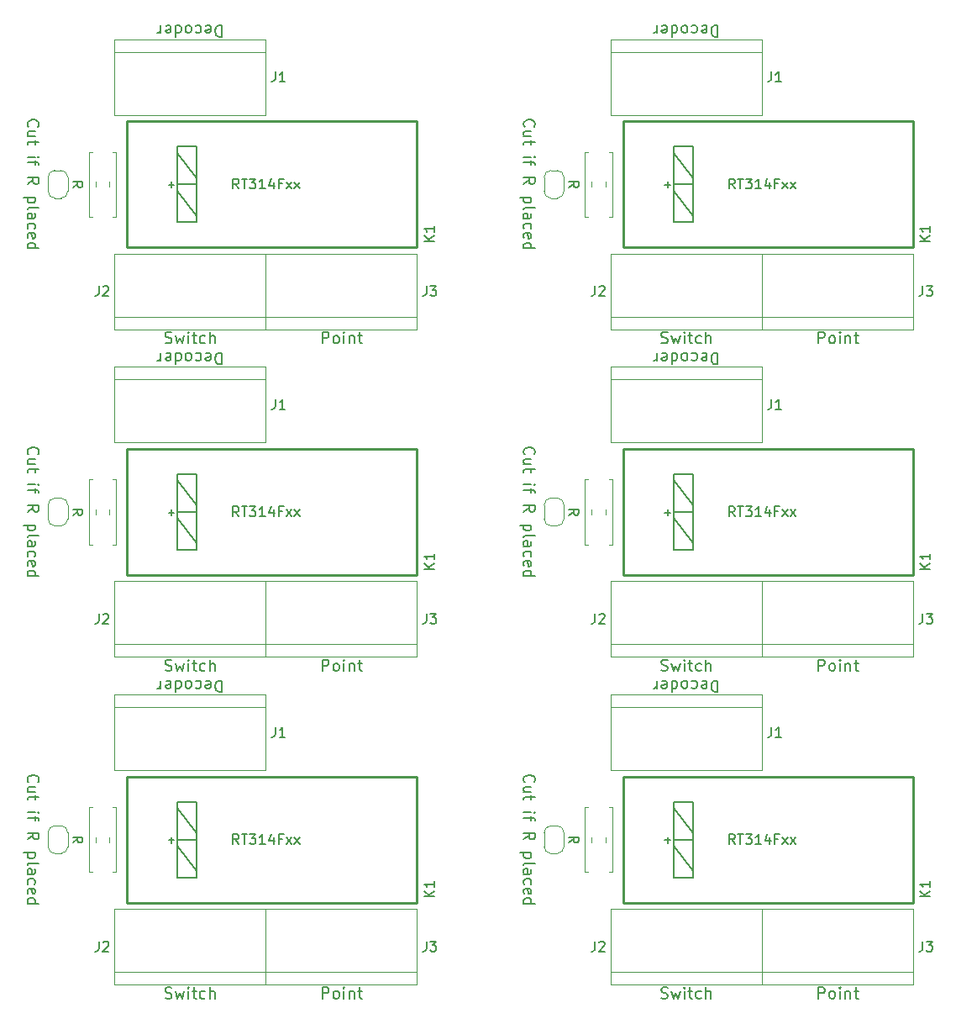
<source format=gto>
G04 #@! TF.GenerationSoftware,KiCad,Pcbnew,(5.1.4)-1*
G04 #@! TF.CreationDate,2019-09-09T12:01:27+02:00*
G04 #@! TF.ProjectId,SwitchRelay_panel,53776974-6368-4526-956c-61795f70616e,1.0*
G04 #@! TF.SameCoordinates,Original*
G04 #@! TF.FileFunction,Legend,Top*
G04 #@! TF.FilePolarity,Positive*
%FSLAX46Y46*%
G04 Gerber Fmt 4.6, Leading zero omitted, Abs format (unit mm)*
G04 Created by KiCad (PCBNEW (5.1.4)-1) date 2019-09-09 12:01:27*
%MOMM*%
%LPD*%
G04 APERTURE LIST*
%ADD10C,0.203200*%
%ADD11C,0.120000*%
%ADD12C,0.150000*%
%ADD13C,0.254000*%
%ADD14C,0.152400*%
G04 APERTURE END LIST*
D10*
X158301785Y-119613357D02*
X158247357Y-119558928D01*
X158192928Y-119395642D01*
X158192928Y-119286785D01*
X158247357Y-119123500D01*
X158356214Y-119014642D01*
X158465071Y-118960214D01*
X158682785Y-118905785D01*
X158846071Y-118905785D01*
X159063785Y-118960214D01*
X159172642Y-119014642D01*
X159281500Y-119123500D01*
X159335928Y-119286785D01*
X159335928Y-119395642D01*
X159281500Y-119558928D01*
X159227071Y-119613357D01*
X158954928Y-120593071D02*
X158192928Y-120593071D01*
X158954928Y-120103214D02*
X158356214Y-120103214D01*
X158247357Y-120157642D01*
X158192928Y-120266500D01*
X158192928Y-120429785D01*
X158247357Y-120538642D01*
X158301785Y-120593071D01*
X158954928Y-120974071D02*
X158954928Y-121409500D01*
X159335928Y-121137357D02*
X158356214Y-121137357D01*
X158247357Y-121191785D01*
X158192928Y-121300642D01*
X158192928Y-121409500D01*
X158192928Y-122661357D02*
X158954928Y-122661357D01*
X159335928Y-122661357D02*
X159281500Y-122606928D01*
X159227071Y-122661357D01*
X159281500Y-122715785D01*
X159335928Y-122661357D01*
X159227071Y-122661357D01*
X158954928Y-123042357D02*
X158954928Y-123477785D01*
X158192928Y-123205642D02*
X159172642Y-123205642D01*
X159281500Y-123260071D01*
X159335928Y-123368928D01*
X159335928Y-123477785D01*
X158192928Y-125382785D02*
X158737214Y-125001785D01*
X158192928Y-124729642D02*
X159335928Y-124729642D01*
X159335928Y-125165071D01*
X159281500Y-125273928D01*
X159227071Y-125328357D01*
X159118214Y-125382785D01*
X158954928Y-125382785D01*
X158846071Y-125328357D01*
X158791642Y-125273928D01*
X158737214Y-125165071D01*
X158737214Y-124729642D01*
X158954928Y-126743500D02*
X157811928Y-126743500D01*
X158900500Y-126743500D02*
X158954928Y-126852357D01*
X158954928Y-127070071D01*
X158900500Y-127178928D01*
X158846071Y-127233357D01*
X158737214Y-127287785D01*
X158410642Y-127287785D01*
X158301785Y-127233357D01*
X158247357Y-127178928D01*
X158192928Y-127070071D01*
X158192928Y-126852357D01*
X158247357Y-126743500D01*
X158192928Y-127940928D02*
X158247357Y-127832071D01*
X158356214Y-127777642D01*
X159335928Y-127777642D01*
X158192928Y-128866214D02*
X158791642Y-128866214D01*
X158900500Y-128811785D01*
X158954928Y-128702928D01*
X158954928Y-128485214D01*
X158900500Y-128376357D01*
X158247357Y-128866214D02*
X158192928Y-128757357D01*
X158192928Y-128485214D01*
X158247357Y-128376357D01*
X158356214Y-128321928D01*
X158465071Y-128321928D01*
X158573928Y-128376357D01*
X158628357Y-128485214D01*
X158628357Y-128757357D01*
X158682785Y-128866214D01*
X158247357Y-129900357D02*
X158192928Y-129791500D01*
X158192928Y-129573785D01*
X158247357Y-129464928D01*
X158301785Y-129410500D01*
X158410642Y-129356071D01*
X158737214Y-129356071D01*
X158846071Y-129410500D01*
X158900500Y-129464928D01*
X158954928Y-129573785D01*
X158954928Y-129791500D01*
X158900500Y-129900357D01*
X158247357Y-130825642D02*
X158192928Y-130716785D01*
X158192928Y-130499071D01*
X158247357Y-130390214D01*
X158356214Y-130335785D01*
X158791642Y-130335785D01*
X158900500Y-130390214D01*
X158954928Y-130499071D01*
X158954928Y-130716785D01*
X158900500Y-130825642D01*
X158791642Y-130880071D01*
X158682785Y-130880071D01*
X158573928Y-130335785D01*
X158192928Y-131859785D02*
X159335928Y-131859785D01*
X158247357Y-131859785D02*
X158192928Y-131750928D01*
X158192928Y-131533214D01*
X158247357Y-131424357D01*
X158301785Y-131369928D01*
X158410642Y-131315500D01*
X158737214Y-131315500D01*
X158846071Y-131369928D01*
X158900500Y-131424357D01*
X158954928Y-131533214D01*
X158954928Y-131750928D01*
X158900500Y-131859785D01*
X108301785Y-119613357D02*
X108247357Y-119558928D01*
X108192928Y-119395642D01*
X108192928Y-119286785D01*
X108247357Y-119123500D01*
X108356214Y-119014642D01*
X108465071Y-118960214D01*
X108682785Y-118905785D01*
X108846071Y-118905785D01*
X109063785Y-118960214D01*
X109172642Y-119014642D01*
X109281500Y-119123500D01*
X109335928Y-119286785D01*
X109335928Y-119395642D01*
X109281500Y-119558928D01*
X109227071Y-119613357D01*
X108954928Y-120593071D02*
X108192928Y-120593071D01*
X108954928Y-120103214D02*
X108356214Y-120103214D01*
X108247357Y-120157642D01*
X108192928Y-120266500D01*
X108192928Y-120429785D01*
X108247357Y-120538642D01*
X108301785Y-120593071D01*
X108954928Y-120974071D02*
X108954928Y-121409500D01*
X109335928Y-121137357D02*
X108356214Y-121137357D01*
X108247357Y-121191785D01*
X108192928Y-121300642D01*
X108192928Y-121409500D01*
X108192928Y-122661357D02*
X108954928Y-122661357D01*
X109335928Y-122661357D02*
X109281500Y-122606928D01*
X109227071Y-122661357D01*
X109281500Y-122715785D01*
X109335928Y-122661357D01*
X109227071Y-122661357D01*
X108954928Y-123042357D02*
X108954928Y-123477785D01*
X108192928Y-123205642D02*
X109172642Y-123205642D01*
X109281500Y-123260071D01*
X109335928Y-123368928D01*
X109335928Y-123477785D01*
X108192928Y-125382785D02*
X108737214Y-125001785D01*
X108192928Y-124729642D02*
X109335928Y-124729642D01*
X109335928Y-125165071D01*
X109281500Y-125273928D01*
X109227071Y-125328357D01*
X109118214Y-125382785D01*
X108954928Y-125382785D01*
X108846071Y-125328357D01*
X108791642Y-125273928D01*
X108737214Y-125165071D01*
X108737214Y-124729642D01*
X108954928Y-126743500D02*
X107811928Y-126743500D01*
X108900500Y-126743500D02*
X108954928Y-126852357D01*
X108954928Y-127070071D01*
X108900500Y-127178928D01*
X108846071Y-127233357D01*
X108737214Y-127287785D01*
X108410642Y-127287785D01*
X108301785Y-127233357D01*
X108247357Y-127178928D01*
X108192928Y-127070071D01*
X108192928Y-126852357D01*
X108247357Y-126743500D01*
X108192928Y-127940928D02*
X108247357Y-127832071D01*
X108356214Y-127777642D01*
X109335928Y-127777642D01*
X108192928Y-128866214D02*
X108791642Y-128866214D01*
X108900500Y-128811785D01*
X108954928Y-128702928D01*
X108954928Y-128485214D01*
X108900500Y-128376357D01*
X108247357Y-128866214D02*
X108192928Y-128757357D01*
X108192928Y-128485214D01*
X108247357Y-128376357D01*
X108356214Y-128321928D01*
X108465071Y-128321928D01*
X108573928Y-128376357D01*
X108628357Y-128485214D01*
X108628357Y-128757357D01*
X108682785Y-128866214D01*
X108247357Y-129900357D02*
X108192928Y-129791500D01*
X108192928Y-129573785D01*
X108247357Y-129464928D01*
X108301785Y-129410500D01*
X108410642Y-129356071D01*
X108737214Y-129356071D01*
X108846071Y-129410500D01*
X108900500Y-129464928D01*
X108954928Y-129573785D01*
X108954928Y-129791500D01*
X108900500Y-129900357D01*
X108247357Y-130825642D02*
X108192928Y-130716785D01*
X108192928Y-130499071D01*
X108247357Y-130390214D01*
X108356214Y-130335785D01*
X108791642Y-130335785D01*
X108900500Y-130390214D01*
X108954928Y-130499071D01*
X108954928Y-130716785D01*
X108900500Y-130825642D01*
X108791642Y-130880071D01*
X108682785Y-130880071D01*
X108573928Y-130335785D01*
X108192928Y-131859785D02*
X109335928Y-131859785D01*
X108247357Y-131859785D02*
X108192928Y-131750928D01*
X108192928Y-131533214D01*
X108247357Y-131424357D01*
X108301785Y-131369928D01*
X108410642Y-131315500D01*
X108737214Y-131315500D01*
X108846071Y-131369928D01*
X108900500Y-131424357D01*
X108954928Y-131533214D01*
X108954928Y-131750928D01*
X108900500Y-131859785D01*
X158301785Y-86613357D02*
X158247357Y-86558928D01*
X158192928Y-86395642D01*
X158192928Y-86286785D01*
X158247357Y-86123500D01*
X158356214Y-86014642D01*
X158465071Y-85960214D01*
X158682785Y-85905785D01*
X158846071Y-85905785D01*
X159063785Y-85960214D01*
X159172642Y-86014642D01*
X159281500Y-86123500D01*
X159335928Y-86286785D01*
X159335928Y-86395642D01*
X159281500Y-86558928D01*
X159227071Y-86613357D01*
X158954928Y-87593071D02*
X158192928Y-87593071D01*
X158954928Y-87103214D02*
X158356214Y-87103214D01*
X158247357Y-87157642D01*
X158192928Y-87266500D01*
X158192928Y-87429785D01*
X158247357Y-87538642D01*
X158301785Y-87593071D01*
X158954928Y-87974071D02*
X158954928Y-88409500D01*
X159335928Y-88137357D02*
X158356214Y-88137357D01*
X158247357Y-88191785D01*
X158192928Y-88300642D01*
X158192928Y-88409500D01*
X158192928Y-89661357D02*
X158954928Y-89661357D01*
X159335928Y-89661357D02*
X159281500Y-89606928D01*
X159227071Y-89661357D01*
X159281500Y-89715785D01*
X159335928Y-89661357D01*
X159227071Y-89661357D01*
X158954928Y-90042357D02*
X158954928Y-90477785D01*
X158192928Y-90205642D02*
X159172642Y-90205642D01*
X159281500Y-90260071D01*
X159335928Y-90368928D01*
X159335928Y-90477785D01*
X158192928Y-92382785D02*
X158737214Y-92001785D01*
X158192928Y-91729642D02*
X159335928Y-91729642D01*
X159335928Y-92165071D01*
X159281500Y-92273928D01*
X159227071Y-92328357D01*
X159118214Y-92382785D01*
X158954928Y-92382785D01*
X158846071Y-92328357D01*
X158791642Y-92273928D01*
X158737214Y-92165071D01*
X158737214Y-91729642D01*
X158954928Y-93743500D02*
X157811928Y-93743500D01*
X158900500Y-93743500D02*
X158954928Y-93852357D01*
X158954928Y-94070071D01*
X158900500Y-94178928D01*
X158846071Y-94233357D01*
X158737214Y-94287785D01*
X158410642Y-94287785D01*
X158301785Y-94233357D01*
X158247357Y-94178928D01*
X158192928Y-94070071D01*
X158192928Y-93852357D01*
X158247357Y-93743500D01*
X158192928Y-94940928D02*
X158247357Y-94832071D01*
X158356214Y-94777642D01*
X159335928Y-94777642D01*
X158192928Y-95866214D02*
X158791642Y-95866214D01*
X158900500Y-95811785D01*
X158954928Y-95702928D01*
X158954928Y-95485214D01*
X158900500Y-95376357D01*
X158247357Y-95866214D02*
X158192928Y-95757357D01*
X158192928Y-95485214D01*
X158247357Y-95376357D01*
X158356214Y-95321928D01*
X158465071Y-95321928D01*
X158573928Y-95376357D01*
X158628357Y-95485214D01*
X158628357Y-95757357D01*
X158682785Y-95866214D01*
X158247357Y-96900357D02*
X158192928Y-96791500D01*
X158192928Y-96573785D01*
X158247357Y-96464928D01*
X158301785Y-96410500D01*
X158410642Y-96356071D01*
X158737214Y-96356071D01*
X158846071Y-96410500D01*
X158900500Y-96464928D01*
X158954928Y-96573785D01*
X158954928Y-96791500D01*
X158900500Y-96900357D01*
X158247357Y-97825642D02*
X158192928Y-97716785D01*
X158192928Y-97499071D01*
X158247357Y-97390214D01*
X158356214Y-97335785D01*
X158791642Y-97335785D01*
X158900500Y-97390214D01*
X158954928Y-97499071D01*
X158954928Y-97716785D01*
X158900500Y-97825642D01*
X158791642Y-97880071D01*
X158682785Y-97880071D01*
X158573928Y-97335785D01*
X158192928Y-98859785D02*
X159335928Y-98859785D01*
X158247357Y-98859785D02*
X158192928Y-98750928D01*
X158192928Y-98533214D01*
X158247357Y-98424357D01*
X158301785Y-98369928D01*
X158410642Y-98315500D01*
X158737214Y-98315500D01*
X158846071Y-98369928D01*
X158900500Y-98424357D01*
X158954928Y-98533214D01*
X158954928Y-98750928D01*
X158900500Y-98859785D01*
X108301785Y-86613357D02*
X108247357Y-86558928D01*
X108192928Y-86395642D01*
X108192928Y-86286785D01*
X108247357Y-86123500D01*
X108356214Y-86014642D01*
X108465071Y-85960214D01*
X108682785Y-85905785D01*
X108846071Y-85905785D01*
X109063785Y-85960214D01*
X109172642Y-86014642D01*
X109281500Y-86123500D01*
X109335928Y-86286785D01*
X109335928Y-86395642D01*
X109281500Y-86558928D01*
X109227071Y-86613357D01*
X108954928Y-87593071D02*
X108192928Y-87593071D01*
X108954928Y-87103214D02*
X108356214Y-87103214D01*
X108247357Y-87157642D01*
X108192928Y-87266500D01*
X108192928Y-87429785D01*
X108247357Y-87538642D01*
X108301785Y-87593071D01*
X108954928Y-87974071D02*
X108954928Y-88409500D01*
X109335928Y-88137357D02*
X108356214Y-88137357D01*
X108247357Y-88191785D01*
X108192928Y-88300642D01*
X108192928Y-88409500D01*
X108192928Y-89661357D02*
X108954928Y-89661357D01*
X109335928Y-89661357D02*
X109281500Y-89606928D01*
X109227071Y-89661357D01*
X109281500Y-89715785D01*
X109335928Y-89661357D01*
X109227071Y-89661357D01*
X108954928Y-90042357D02*
X108954928Y-90477785D01*
X108192928Y-90205642D02*
X109172642Y-90205642D01*
X109281500Y-90260071D01*
X109335928Y-90368928D01*
X109335928Y-90477785D01*
X108192928Y-92382785D02*
X108737214Y-92001785D01*
X108192928Y-91729642D02*
X109335928Y-91729642D01*
X109335928Y-92165071D01*
X109281500Y-92273928D01*
X109227071Y-92328357D01*
X109118214Y-92382785D01*
X108954928Y-92382785D01*
X108846071Y-92328357D01*
X108791642Y-92273928D01*
X108737214Y-92165071D01*
X108737214Y-91729642D01*
X108954928Y-93743500D02*
X107811928Y-93743500D01*
X108900500Y-93743500D02*
X108954928Y-93852357D01*
X108954928Y-94070071D01*
X108900500Y-94178928D01*
X108846071Y-94233357D01*
X108737214Y-94287785D01*
X108410642Y-94287785D01*
X108301785Y-94233357D01*
X108247357Y-94178928D01*
X108192928Y-94070071D01*
X108192928Y-93852357D01*
X108247357Y-93743500D01*
X108192928Y-94940928D02*
X108247357Y-94832071D01*
X108356214Y-94777642D01*
X109335928Y-94777642D01*
X108192928Y-95866214D02*
X108791642Y-95866214D01*
X108900500Y-95811785D01*
X108954928Y-95702928D01*
X108954928Y-95485214D01*
X108900500Y-95376357D01*
X108247357Y-95866214D02*
X108192928Y-95757357D01*
X108192928Y-95485214D01*
X108247357Y-95376357D01*
X108356214Y-95321928D01*
X108465071Y-95321928D01*
X108573928Y-95376357D01*
X108628357Y-95485214D01*
X108628357Y-95757357D01*
X108682785Y-95866214D01*
X108247357Y-96900357D02*
X108192928Y-96791500D01*
X108192928Y-96573785D01*
X108247357Y-96464928D01*
X108301785Y-96410500D01*
X108410642Y-96356071D01*
X108737214Y-96356071D01*
X108846071Y-96410500D01*
X108900500Y-96464928D01*
X108954928Y-96573785D01*
X108954928Y-96791500D01*
X108900500Y-96900357D01*
X108247357Y-97825642D02*
X108192928Y-97716785D01*
X108192928Y-97499071D01*
X108247357Y-97390214D01*
X108356214Y-97335785D01*
X108791642Y-97335785D01*
X108900500Y-97390214D01*
X108954928Y-97499071D01*
X108954928Y-97716785D01*
X108900500Y-97825642D01*
X108791642Y-97880071D01*
X108682785Y-97880071D01*
X108573928Y-97335785D01*
X108192928Y-98859785D02*
X109335928Y-98859785D01*
X108247357Y-98859785D02*
X108192928Y-98750928D01*
X108192928Y-98533214D01*
X108247357Y-98424357D01*
X108301785Y-98369928D01*
X108410642Y-98315500D01*
X108737214Y-98315500D01*
X108846071Y-98369928D01*
X108900500Y-98424357D01*
X108954928Y-98533214D01*
X108954928Y-98750928D01*
X108900500Y-98859785D01*
X158301785Y-53613357D02*
X158247357Y-53558928D01*
X158192928Y-53395642D01*
X158192928Y-53286785D01*
X158247357Y-53123500D01*
X158356214Y-53014642D01*
X158465071Y-52960214D01*
X158682785Y-52905785D01*
X158846071Y-52905785D01*
X159063785Y-52960214D01*
X159172642Y-53014642D01*
X159281500Y-53123500D01*
X159335928Y-53286785D01*
X159335928Y-53395642D01*
X159281500Y-53558928D01*
X159227071Y-53613357D01*
X158954928Y-54593071D02*
X158192928Y-54593071D01*
X158954928Y-54103214D02*
X158356214Y-54103214D01*
X158247357Y-54157642D01*
X158192928Y-54266500D01*
X158192928Y-54429785D01*
X158247357Y-54538642D01*
X158301785Y-54593071D01*
X158954928Y-54974071D02*
X158954928Y-55409500D01*
X159335928Y-55137357D02*
X158356214Y-55137357D01*
X158247357Y-55191785D01*
X158192928Y-55300642D01*
X158192928Y-55409500D01*
X158192928Y-56661357D02*
X158954928Y-56661357D01*
X159335928Y-56661357D02*
X159281500Y-56606928D01*
X159227071Y-56661357D01*
X159281500Y-56715785D01*
X159335928Y-56661357D01*
X159227071Y-56661357D01*
X158954928Y-57042357D02*
X158954928Y-57477785D01*
X158192928Y-57205642D02*
X159172642Y-57205642D01*
X159281500Y-57260071D01*
X159335928Y-57368928D01*
X159335928Y-57477785D01*
X158192928Y-59382785D02*
X158737214Y-59001785D01*
X158192928Y-58729642D02*
X159335928Y-58729642D01*
X159335928Y-59165071D01*
X159281500Y-59273928D01*
X159227071Y-59328357D01*
X159118214Y-59382785D01*
X158954928Y-59382785D01*
X158846071Y-59328357D01*
X158791642Y-59273928D01*
X158737214Y-59165071D01*
X158737214Y-58729642D01*
X158954928Y-60743500D02*
X157811928Y-60743500D01*
X158900500Y-60743500D02*
X158954928Y-60852357D01*
X158954928Y-61070071D01*
X158900500Y-61178928D01*
X158846071Y-61233357D01*
X158737214Y-61287785D01*
X158410642Y-61287785D01*
X158301785Y-61233357D01*
X158247357Y-61178928D01*
X158192928Y-61070071D01*
X158192928Y-60852357D01*
X158247357Y-60743500D01*
X158192928Y-61940928D02*
X158247357Y-61832071D01*
X158356214Y-61777642D01*
X159335928Y-61777642D01*
X158192928Y-62866214D02*
X158791642Y-62866214D01*
X158900500Y-62811785D01*
X158954928Y-62702928D01*
X158954928Y-62485214D01*
X158900500Y-62376357D01*
X158247357Y-62866214D02*
X158192928Y-62757357D01*
X158192928Y-62485214D01*
X158247357Y-62376357D01*
X158356214Y-62321928D01*
X158465071Y-62321928D01*
X158573928Y-62376357D01*
X158628357Y-62485214D01*
X158628357Y-62757357D01*
X158682785Y-62866214D01*
X158247357Y-63900357D02*
X158192928Y-63791500D01*
X158192928Y-63573785D01*
X158247357Y-63464928D01*
X158301785Y-63410500D01*
X158410642Y-63356071D01*
X158737214Y-63356071D01*
X158846071Y-63410500D01*
X158900500Y-63464928D01*
X158954928Y-63573785D01*
X158954928Y-63791500D01*
X158900500Y-63900357D01*
X158247357Y-64825642D02*
X158192928Y-64716785D01*
X158192928Y-64499071D01*
X158247357Y-64390214D01*
X158356214Y-64335785D01*
X158791642Y-64335785D01*
X158900500Y-64390214D01*
X158954928Y-64499071D01*
X158954928Y-64716785D01*
X158900500Y-64825642D01*
X158791642Y-64880071D01*
X158682785Y-64880071D01*
X158573928Y-64335785D01*
X158192928Y-65859785D02*
X159335928Y-65859785D01*
X158247357Y-65859785D02*
X158192928Y-65750928D01*
X158192928Y-65533214D01*
X158247357Y-65424357D01*
X158301785Y-65369928D01*
X158410642Y-65315500D01*
X158737214Y-65315500D01*
X158846071Y-65369928D01*
X158900500Y-65424357D01*
X158954928Y-65533214D01*
X158954928Y-65750928D01*
X158900500Y-65859785D01*
X108301785Y-53613357D02*
X108247357Y-53558928D01*
X108192928Y-53395642D01*
X108192928Y-53286785D01*
X108247357Y-53123500D01*
X108356214Y-53014642D01*
X108465071Y-52960214D01*
X108682785Y-52905785D01*
X108846071Y-52905785D01*
X109063785Y-52960214D01*
X109172642Y-53014642D01*
X109281500Y-53123500D01*
X109335928Y-53286785D01*
X109335928Y-53395642D01*
X109281500Y-53558928D01*
X109227071Y-53613357D01*
X108954928Y-54593071D02*
X108192928Y-54593071D01*
X108954928Y-54103214D02*
X108356214Y-54103214D01*
X108247357Y-54157642D01*
X108192928Y-54266500D01*
X108192928Y-54429785D01*
X108247357Y-54538642D01*
X108301785Y-54593071D01*
X108954928Y-54974071D02*
X108954928Y-55409500D01*
X109335928Y-55137357D02*
X108356214Y-55137357D01*
X108247357Y-55191785D01*
X108192928Y-55300642D01*
X108192928Y-55409500D01*
X108192928Y-56661357D02*
X108954928Y-56661357D01*
X109335928Y-56661357D02*
X109281500Y-56606928D01*
X109227071Y-56661357D01*
X109281500Y-56715785D01*
X109335928Y-56661357D01*
X109227071Y-56661357D01*
X108954928Y-57042357D02*
X108954928Y-57477785D01*
X108192928Y-57205642D02*
X109172642Y-57205642D01*
X109281500Y-57260071D01*
X109335928Y-57368928D01*
X109335928Y-57477785D01*
X108192928Y-59382785D02*
X108737214Y-59001785D01*
X108192928Y-58729642D02*
X109335928Y-58729642D01*
X109335928Y-59165071D01*
X109281500Y-59273928D01*
X109227071Y-59328357D01*
X109118214Y-59382785D01*
X108954928Y-59382785D01*
X108846071Y-59328357D01*
X108791642Y-59273928D01*
X108737214Y-59165071D01*
X108737214Y-58729642D01*
X108954928Y-60743500D02*
X107811928Y-60743500D01*
X108900500Y-60743500D02*
X108954928Y-60852357D01*
X108954928Y-61070071D01*
X108900500Y-61178928D01*
X108846071Y-61233357D01*
X108737214Y-61287785D01*
X108410642Y-61287785D01*
X108301785Y-61233357D01*
X108247357Y-61178928D01*
X108192928Y-61070071D01*
X108192928Y-60852357D01*
X108247357Y-60743500D01*
X108192928Y-61940928D02*
X108247357Y-61832071D01*
X108356214Y-61777642D01*
X109335928Y-61777642D01*
X108192928Y-62866214D02*
X108791642Y-62866214D01*
X108900500Y-62811785D01*
X108954928Y-62702928D01*
X108954928Y-62485214D01*
X108900500Y-62376357D01*
X108247357Y-62866214D02*
X108192928Y-62757357D01*
X108192928Y-62485214D01*
X108247357Y-62376357D01*
X108356214Y-62321928D01*
X108465071Y-62321928D01*
X108573928Y-62376357D01*
X108628357Y-62485214D01*
X108628357Y-62757357D01*
X108682785Y-62866214D01*
X108247357Y-63900357D02*
X108192928Y-63791500D01*
X108192928Y-63573785D01*
X108247357Y-63464928D01*
X108301785Y-63410500D01*
X108410642Y-63356071D01*
X108737214Y-63356071D01*
X108846071Y-63410500D01*
X108900500Y-63464928D01*
X108954928Y-63573785D01*
X108954928Y-63791500D01*
X108900500Y-63900357D01*
X108247357Y-64825642D02*
X108192928Y-64716785D01*
X108192928Y-64499071D01*
X108247357Y-64390214D01*
X108356214Y-64335785D01*
X108791642Y-64335785D01*
X108900500Y-64390214D01*
X108954928Y-64499071D01*
X108954928Y-64716785D01*
X108900500Y-64825642D01*
X108791642Y-64880071D01*
X108682785Y-64880071D01*
X108573928Y-64335785D01*
X108192928Y-65859785D02*
X109335928Y-65859785D01*
X108247357Y-65859785D02*
X108192928Y-65750928D01*
X108192928Y-65533214D01*
X108247357Y-65424357D01*
X108301785Y-65369928D01*
X108410642Y-65315500D01*
X108737214Y-65315500D01*
X108846071Y-65369928D01*
X108900500Y-65424357D01*
X108954928Y-65533214D01*
X108954928Y-65750928D01*
X108900500Y-65859785D01*
D11*
X132210000Y-110805000D02*
X116970000Y-110805000D01*
X132210000Y-118425000D02*
X116970000Y-118425000D01*
X132210000Y-112075000D02*
X116970000Y-112075000D01*
X116970000Y-110805000D02*
X116970000Y-118425000D01*
X132210000Y-110805000D02*
X132210000Y-118425000D01*
X132210000Y-140015000D02*
X147450000Y-140015000D01*
X132210000Y-132395000D02*
X147450000Y-132395000D01*
X132210000Y-138745000D02*
X147450000Y-138745000D01*
X147450000Y-140015000D02*
X147450000Y-132395000D01*
X132210000Y-140015000D02*
X132210000Y-132395000D01*
X166970000Y-140015000D02*
X166970000Y-132395000D01*
X182210000Y-140015000D02*
X182210000Y-132395000D01*
X166970000Y-138745000D02*
X182210000Y-138745000D01*
X166970000Y-132395000D02*
X182210000Y-132395000D01*
X166970000Y-140015000D02*
X182210000Y-140015000D01*
X166450000Y-125151422D02*
X166450000Y-125668578D01*
X165030000Y-125151422D02*
X165030000Y-125668578D01*
X182210000Y-140015000D02*
X182210000Y-132395000D01*
X197450000Y-140015000D02*
X197450000Y-132395000D01*
X182210000Y-138745000D02*
X197450000Y-138745000D01*
X182210000Y-132395000D02*
X197450000Y-132395000D01*
X182210000Y-140015000D02*
X197450000Y-140015000D01*
X115030000Y-125151422D02*
X115030000Y-125668578D01*
X116450000Y-125151422D02*
X116450000Y-125668578D01*
D12*
X123320000Y-122235000D02*
X125225000Y-124775000D01*
X123320000Y-125410000D02*
X123320000Y-121600000D01*
X123320000Y-121600000D02*
X125225000Y-121600000D01*
X125225000Y-125410000D02*
X125225000Y-122235000D01*
X125225000Y-121600000D02*
X125225000Y-125410000D01*
X125225000Y-129220000D02*
X125225000Y-126045000D01*
X123320000Y-126045000D02*
X125225000Y-128585000D01*
X125225000Y-125410000D02*
X125225000Y-129220000D01*
X123320000Y-129220000D02*
X123320000Y-125410000D01*
X125225000Y-129220000D02*
X123320000Y-129220000D01*
X123320000Y-125410000D02*
X125225000Y-125410000D01*
D13*
X118240000Y-131760000D02*
X118240000Y-119060000D01*
X147450000Y-131760000D02*
X118240000Y-131760000D01*
X147450000Y-119060000D02*
X147450000Y-131760000D01*
X118240000Y-119060000D02*
X147450000Y-119060000D01*
D11*
X110255000Y-126110000D02*
X110255000Y-124710000D01*
X110955000Y-124010000D02*
X111555000Y-124010000D01*
X112255000Y-124710000D02*
X112255000Y-126110000D01*
X111555000Y-126810000D02*
X110955000Y-126810000D01*
X110955000Y-126810000D02*
G75*
G02X110255000Y-126110000I0J700000D01*
G01*
X112255000Y-126110000D02*
G75*
G02X111555000Y-126810000I-700000J0D01*
G01*
X111555000Y-124010000D02*
G75*
G02X112255000Y-124710000I0J-700000D01*
G01*
X110255000Y-124710000D02*
G75*
G02X110955000Y-124010000I700000J0D01*
G01*
X114370000Y-128680000D02*
X114700000Y-128680000D01*
X114370000Y-122140000D02*
X114370000Y-128680000D01*
X114700000Y-122140000D02*
X114370000Y-122140000D01*
X117110000Y-128680000D02*
X116780000Y-128680000D01*
X117110000Y-122140000D02*
X117110000Y-128680000D01*
X116780000Y-122140000D02*
X117110000Y-122140000D01*
X166780000Y-122140000D02*
X167110000Y-122140000D01*
X167110000Y-122140000D02*
X167110000Y-128680000D01*
X167110000Y-128680000D02*
X166780000Y-128680000D01*
X164700000Y-122140000D02*
X164370000Y-122140000D01*
X164370000Y-122140000D02*
X164370000Y-128680000D01*
X164370000Y-128680000D02*
X164700000Y-128680000D01*
D13*
X168240000Y-119060000D02*
X197450000Y-119060000D01*
X197450000Y-119060000D02*
X197450000Y-131760000D01*
X197450000Y-131760000D02*
X168240000Y-131760000D01*
X168240000Y-131760000D02*
X168240000Y-119060000D01*
D12*
X173320000Y-125410000D02*
X175225000Y-125410000D01*
X175225000Y-129220000D02*
X173320000Y-129220000D01*
X173320000Y-129220000D02*
X173320000Y-125410000D01*
X175225000Y-125410000D02*
X175225000Y-129220000D01*
X173320000Y-126045000D02*
X175225000Y-128585000D01*
X175225000Y-129220000D02*
X175225000Y-126045000D01*
X175225000Y-121600000D02*
X175225000Y-125410000D01*
X175225000Y-125410000D02*
X175225000Y-122235000D01*
X173320000Y-121600000D02*
X175225000Y-121600000D01*
X173320000Y-125410000D02*
X173320000Y-121600000D01*
X173320000Y-122235000D02*
X175225000Y-124775000D01*
D11*
X182210000Y-110805000D02*
X182210000Y-118425000D01*
X166970000Y-110805000D02*
X166970000Y-118425000D01*
X182210000Y-112075000D02*
X166970000Y-112075000D01*
X182210000Y-118425000D02*
X166970000Y-118425000D01*
X182210000Y-110805000D02*
X166970000Y-110805000D01*
X116970000Y-140015000D02*
X132210000Y-140015000D01*
X116970000Y-132395000D02*
X132210000Y-132395000D01*
X116970000Y-138745000D02*
X132210000Y-138745000D01*
X132210000Y-140015000D02*
X132210000Y-132395000D01*
X116970000Y-140015000D02*
X116970000Y-132395000D01*
X160255000Y-124710000D02*
G75*
G02X160955000Y-124010000I700000J0D01*
G01*
X161555000Y-124010000D02*
G75*
G02X162255000Y-124710000I0J-700000D01*
G01*
X162255000Y-126110000D02*
G75*
G02X161555000Y-126810000I-700000J0D01*
G01*
X160955000Y-126810000D02*
G75*
G02X160255000Y-126110000I0J700000D01*
G01*
X161555000Y-126810000D02*
X160955000Y-126810000D01*
X162255000Y-124710000D02*
X162255000Y-126110000D01*
X160955000Y-124010000D02*
X161555000Y-124010000D01*
X160255000Y-126110000D02*
X160255000Y-124710000D01*
X116970000Y-107015000D02*
X116970000Y-99395000D01*
X132210000Y-107015000D02*
X132210000Y-99395000D01*
X116970000Y-105745000D02*
X132210000Y-105745000D01*
X116970000Y-99395000D02*
X132210000Y-99395000D01*
X116970000Y-107015000D02*
X132210000Y-107015000D01*
X164370000Y-95680000D02*
X164700000Y-95680000D01*
X164370000Y-89140000D02*
X164370000Y-95680000D01*
X164700000Y-89140000D02*
X164370000Y-89140000D01*
X167110000Y-95680000D02*
X166780000Y-95680000D01*
X167110000Y-89140000D02*
X167110000Y-95680000D01*
X166780000Y-89140000D02*
X167110000Y-89140000D01*
X182210000Y-77805000D02*
X166970000Y-77805000D01*
X182210000Y-85425000D02*
X166970000Y-85425000D01*
X182210000Y-79075000D02*
X166970000Y-79075000D01*
X166970000Y-77805000D02*
X166970000Y-85425000D01*
X182210000Y-77805000D02*
X182210000Y-85425000D01*
X160255000Y-93110000D02*
X160255000Y-91710000D01*
X160955000Y-91010000D02*
X161555000Y-91010000D01*
X162255000Y-91710000D02*
X162255000Y-93110000D01*
X161555000Y-93810000D02*
X160955000Y-93810000D01*
X160955000Y-93810000D02*
G75*
G02X160255000Y-93110000I0J700000D01*
G01*
X162255000Y-93110000D02*
G75*
G02X161555000Y-93810000I-700000J0D01*
G01*
X161555000Y-91010000D02*
G75*
G02X162255000Y-91710000I0J-700000D01*
G01*
X160255000Y-91710000D02*
G75*
G02X160955000Y-91010000I700000J0D01*
G01*
D12*
X173320000Y-89235000D02*
X175225000Y-91775000D01*
X173320000Y-92410000D02*
X173320000Y-88600000D01*
X173320000Y-88600000D02*
X175225000Y-88600000D01*
X175225000Y-92410000D02*
X175225000Y-89235000D01*
X175225000Y-88600000D02*
X175225000Y-92410000D01*
X175225000Y-96220000D02*
X175225000Y-93045000D01*
X173320000Y-93045000D02*
X175225000Y-95585000D01*
X175225000Y-92410000D02*
X175225000Y-96220000D01*
X173320000Y-96220000D02*
X173320000Y-92410000D01*
X175225000Y-96220000D02*
X173320000Y-96220000D01*
X173320000Y-92410000D02*
X175225000Y-92410000D01*
D13*
X168240000Y-98760000D02*
X168240000Y-86060000D01*
X197450000Y-98760000D02*
X168240000Y-98760000D01*
X197450000Y-86060000D02*
X197450000Y-98760000D01*
X168240000Y-86060000D02*
X197450000Y-86060000D01*
D11*
X166970000Y-107015000D02*
X182210000Y-107015000D01*
X166970000Y-99395000D02*
X182210000Y-99395000D01*
X166970000Y-105745000D02*
X182210000Y-105745000D01*
X182210000Y-107015000D02*
X182210000Y-99395000D01*
X166970000Y-107015000D02*
X166970000Y-99395000D01*
X165030000Y-92151422D02*
X165030000Y-92668578D01*
X166450000Y-92151422D02*
X166450000Y-92668578D01*
X182210000Y-107015000D02*
X197450000Y-107015000D01*
X182210000Y-99395000D02*
X197450000Y-99395000D01*
X182210000Y-105745000D02*
X197450000Y-105745000D01*
X197450000Y-107015000D02*
X197450000Y-99395000D01*
X182210000Y-107015000D02*
X182210000Y-99395000D01*
D13*
X118240000Y-86060000D02*
X147450000Y-86060000D01*
X147450000Y-86060000D02*
X147450000Y-98760000D01*
X147450000Y-98760000D02*
X118240000Y-98760000D01*
X118240000Y-98760000D02*
X118240000Y-86060000D01*
D12*
X123320000Y-92410000D02*
X125225000Y-92410000D01*
X125225000Y-96220000D02*
X123320000Y-96220000D01*
X123320000Y-96220000D02*
X123320000Y-92410000D01*
X125225000Y-92410000D02*
X125225000Y-96220000D01*
X123320000Y-93045000D02*
X125225000Y-95585000D01*
X125225000Y-96220000D02*
X125225000Y-93045000D01*
X125225000Y-88600000D02*
X125225000Y-92410000D01*
X125225000Y-92410000D02*
X125225000Y-89235000D01*
X123320000Y-88600000D02*
X125225000Y-88600000D01*
X123320000Y-92410000D02*
X123320000Y-88600000D01*
X123320000Y-89235000D02*
X125225000Y-91775000D01*
D11*
X116780000Y-89140000D02*
X117110000Y-89140000D01*
X117110000Y-89140000D02*
X117110000Y-95680000D01*
X117110000Y-95680000D02*
X116780000Y-95680000D01*
X114700000Y-89140000D02*
X114370000Y-89140000D01*
X114370000Y-89140000D02*
X114370000Y-95680000D01*
X114370000Y-95680000D02*
X114700000Y-95680000D01*
X116450000Y-92151422D02*
X116450000Y-92668578D01*
X115030000Y-92151422D02*
X115030000Y-92668578D01*
X110255000Y-91710000D02*
G75*
G02X110955000Y-91010000I700000J0D01*
G01*
X111555000Y-91010000D02*
G75*
G02X112255000Y-91710000I0J-700000D01*
G01*
X112255000Y-93110000D02*
G75*
G02X111555000Y-93810000I-700000J0D01*
G01*
X110955000Y-93810000D02*
G75*
G02X110255000Y-93110000I0J700000D01*
G01*
X111555000Y-93810000D02*
X110955000Y-93810000D01*
X112255000Y-91710000D02*
X112255000Y-93110000D01*
X110955000Y-91010000D02*
X111555000Y-91010000D01*
X110255000Y-93110000D02*
X110255000Y-91710000D01*
X132210000Y-77805000D02*
X132210000Y-85425000D01*
X116970000Y-77805000D02*
X116970000Y-85425000D01*
X132210000Y-79075000D02*
X116970000Y-79075000D01*
X132210000Y-85425000D02*
X116970000Y-85425000D01*
X132210000Y-77805000D02*
X116970000Y-77805000D01*
X132210000Y-107015000D02*
X132210000Y-99395000D01*
X147450000Y-107015000D02*
X147450000Y-99395000D01*
X132210000Y-105745000D02*
X147450000Y-105745000D01*
X132210000Y-99395000D02*
X147450000Y-99395000D01*
X132210000Y-107015000D02*
X147450000Y-107015000D01*
X182210000Y-74015000D02*
X182210000Y-66395000D01*
X197450000Y-74015000D02*
X197450000Y-66395000D01*
X182210000Y-72745000D02*
X197450000Y-72745000D01*
X182210000Y-66395000D02*
X197450000Y-66395000D01*
X182210000Y-74015000D02*
X197450000Y-74015000D01*
X166780000Y-56140000D02*
X167110000Y-56140000D01*
X167110000Y-56140000D02*
X167110000Y-62680000D01*
X167110000Y-62680000D02*
X166780000Y-62680000D01*
X164700000Y-56140000D02*
X164370000Y-56140000D01*
X164370000Y-56140000D02*
X164370000Y-62680000D01*
X164370000Y-62680000D02*
X164700000Y-62680000D01*
X160255000Y-58710000D02*
G75*
G02X160955000Y-58010000I700000J0D01*
G01*
X161555000Y-58010000D02*
G75*
G02X162255000Y-58710000I0J-700000D01*
G01*
X162255000Y-60110000D02*
G75*
G02X161555000Y-60810000I-700000J0D01*
G01*
X160955000Y-60810000D02*
G75*
G02X160255000Y-60110000I0J700000D01*
G01*
X161555000Y-60810000D02*
X160955000Y-60810000D01*
X162255000Y-58710000D02*
X162255000Y-60110000D01*
X160955000Y-58010000D02*
X161555000Y-58010000D01*
X160255000Y-60110000D02*
X160255000Y-58710000D01*
D13*
X168240000Y-53060000D02*
X197450000Y-53060000D01*
X197450000Y-53060000D02*
X197450000Y-65760000D01*
X197450000Y-65760000D02*
X168240000Y-65760000D01*
X168240000Y-65760000D02*
X168240000Y-53060000D01*
D12*
X173320000Y-59410000D02*
X175225000Y-59410000D01*
X175225000Y-63220000D02*
X173320000Y-63220000D01*
X173320000Y-63220000D02*
X173320000Y-59410000D01*
X175225000Y-59410000D02*
X175225000Y-63220000D01*
X173320000Y-60045000D02*
X175225000Y-62585000D01*
X175225000Y-63220000D02*
X175225000Y-60045000D01*
X175225000Y-55600000D02*
X175225000Y-59410000D01*
X175225000Y-59410000D02*
X175225000Y-56235000D01*
X173320000Y-55600000D02*
X175225000Y-55600000D01*
X173320000Y-59410000D02*
X173320000Y-55600000D01*
X173320000Y-56235000D02*
X175225000Y-58775000D01*
D11*
X182210000Y-44805000D02*
X182210000Y-52425000D01*
X166970000Y-44805000D02*
X166970000Y-52425000D01*
X182210000Y-46075000D02*
X166970000Y-46075000D01*
X182210000Y-52425000D02*
X166970000Y-52425000D01*
X182210000Y-44805000D02*
X166970000Y-44805000D01*
X166970000Y-74015000D02*
X166970000Y-66395000D01*
X182210000Y-74015000D02*
X182210000Y-66395000D01*
X166970000Y-72745000D02*
X182210000Y-72745000D01*
X166970000Y-66395000D02*
X182210000Y-66395000D01*
X166970000Y-74015000D02*
X182210000Y-74015000D01*
X166450000Y-59151422D02*
X166450000Y-59668578D01*
X165030000Y-59151422D02*
X165030000Y-59668578D01*
X116970000Y-74015000D02*
X132210000Y-74015000D01*
X116970000Y-66395000D02*
X132210000Y-66395000D01*
X116970000Y-72745000D02*
X132210000Y-72745000D01*
X132210000Y-74015000D02*
X132210000Y-66395000D01*
X116970000Y-74015000D02*
X116970000Y-66395000D01*
D12*
X123320000Y-56235000D02*
X125225000Y-58775000D01*
X123320000Y-59410000D02*
X123320000Y-55600000D01*
X123320000Y-55600000D02*
X125225000Y-55600000D01*
X125225000Y-59410000D02*
X125225000Y-56235000D01*
X125225000Y-55600000D02*
X125225000Y-59410000D01*
X125225000Y-63220000D02*
X125225000Y-60045000D01*
X123320000Y-60045000D02*
X125225000Y-62585000D01*
X125225000Y-59410000D02*
X125225000Y-63220000D01*
X123320000Y-63220000D02*
X123320000Y-59410000D01*
X125225000Y-63220000D02*
X123320000Y-63220000D01*
X123320000Y-59410000D02*
X125225000Y-59410000D01*
D13*
X118240000Y-65760000D02*
X118240000Y-53060000D01*
X147450000Y-65760000D02*
X118240000Y-65760000D01*
X147450000Y-53060000D02*
X147450000Y-65760000D01*
X118240000Y-53060000D02*
X147450000Y-53060000D01*
D11*
X132210000Y-44805000D02*
X116970000Y-44805000D01*
X132210000Y-52425000D02*
X116970000Y-52425000D01*
X132210000Y-46075000D02*
X116970000Y-46075000D01*
X116970000Y-44805000D02*
X116970000Y-52425000D01*
X132210000Y-44805000D02*
X132210000Y-52425000D01*
X115030000Y-59151422D02*
X115030000Y-59668578D01*
X116450000Y-59151422D02*
X116450000Y-59668578D01*
X114370000Y-62680000D02*
X114700000Y-62680000D01*
X114370000Y-56140000D02*
X114370000Y-62680000D01*
X114700000Y-56140000D02*
X114370000Y-56140000D01*
X117110000Y-62680000D02*
X116780000Y-62680000D01*
X117110000Y-56140000D02*
X117110000Y-62680000D01*
X116780000Y-56140000D02*
X117110000Y-56140000D01*
X110255000Y-60110000D02*
X110255000Y-58710000D01*
X110955000Y-58010000D02*
X111555000Y-58010000D01*
X112255000Y-58710000D02*
X112255000Y-60110000D01*
X111555000Y-60810000D02*
X110955000Y-60810000D01*
X110955000Y-60810000D02*
G75*
G02X110255000Y-60110000I0J700000D01*
G01*
X112255000Y-60110000D02*
G75*
G02X111555000Y-60810000I-700000J0D01*
G01*
X111555000Y-58010000D02*
G75*
G02X112255000Y-58710000I0J-700000D01*
G01*
X110255000Y-58710000D02*
G75*
G02X110955000Y-58010000I700000J0D01*
G01*
X132210000Y-74015000D02*
X147450000Y-74015000D01*
X132210000Y-66395000D02*
X147450000Y-66395000D01*
X132210000Y-72745000D02*
X147450000Y-72745000D01*
X147450000Y-74015000D02*
X147450000Y-66395000D01*
X132210000Y-74015000D02*
X132210000Y-66395000D01*
D12*
X133146666Y-114067380D02*
X133146666Y-114781666D01*
X133099047Y-114924523D01*
X133003809Y-115019761D01*
X132860952Y-115067380D01*
X132765714Y-115067380D01*
X134146666Y-115067380D02*
X133575238Y-115067380D01*
X133860952Y-115067380D02*
X133860952Y-114067380D01*
X133765714Y-114210238D01*
X133670476Y-114305476D01*
X133575238Y-114353095D01*
D10*
X127746857Y-109398928D02*
X127746857Y-110541928D01*
X127474714Y-110541928D01*
X127311428Y-110487500D01*
X127202571Y-110378642D01*
X127148142Y-110269785D01*
X127093714Y-110052071D01*
X127093714Y-109888785D01*
X127148142Y-109671071D01*
X127202571Y-109562214D01*
X127311428Y-109453357D01*
X127474714Y-109398928D01*
X127746857Y-109398928D01*
X126168428Y-109453357D02*
X126277285Y-109398928D01*
X126495000Y-109398928D01*
X126603857Y-109453357D01*
X126658285Y-109562214D01*
X126658285Y-109997642D01*
X126603857Y-110106500D01*
X126495000Y-110160928D01*
X126277285Y-110160928D01*
X126168428Y-110106500D01*
X126114000Y-109997642D01*
X126114000Y-109888785D01*
X126658285Y-109779928D01*
X125134285Y-109453357D02*
X125243142Y-109398928D01*
X125460857Y-109398928D01*
X125569714Y-109453357D01*
X125624142Y-109507785D01*
X125678571Y-109616642D01*
X125678571Y-109943214D01*
X125624142Y-110052071D01*
X125569714Y-110106500D01*
X125460857Y-110160928D01*
X125243142Y-110160928D01*
X125134285Y-110106500D01*
X124481142Y-109398928D02*
X124590000Y-109453357D01*
X124644428Y-109507785D01*
X124698857Y-109616642D01*
X124698857Y-109943214D01*
X124644428Y-110052071D01*
X124590000Y-110106500D01*
X124481142Y-110160928D01*
X124317857Y-110160928D01*
X124209000Y-110106500D01*
X124154571Y-110052071D01*
X124100142Y-109943214D01*
X124100142Y-109616642D01*
X124154571Y-109507785D01*
X124209000Y-109453357D01*
X124317857Y-109398928D01*
X124481142Y-109398928D01*
X123120428Y-109398928D02*
X123120428Y-110541928D01*
X123120428Y-109453357D02*
X123229285Y-109398928D01*
X123447000Y-109398928D01*
X123555857Y-109453357D01*
X123610285Y-109507785D01*
X123664714Y-109616642D01*
X123664714Y-109943214D01*
X123610285Y-110052071D01*
X123555857Y-110106500D01*
X123447000Y-110160928D01*
X123229285Y-110160928D01*
X123120428Y-110106500D01*
X122140714Y-109453357D02*
X122249571Y-109398928D01*
X122467285Y-109398928D01*
X122576142Y-109453357D01*
X122630571Y-109562214D01*
X122630571Y-109997642D01*
X122576142Y-110106500D01*
X122467285Y-110160928D01*
X122249571Y-110160928D01*
X122140714Y-110106500D01*
X122086285Y-109997642D01*
X122086285Y-109888785D01*
X122630571Y-109779928D01*
X121596428Y-109398928D02*
X121596428Y-110160928D01*
X121596428Y-109943214D02*
X121542000Y-110052071D01*
X121487571Y-110106500D01*
X121378714Y-110160928D01*
X121269857Y-110160928D01*
D12*
X148386666Y-135657380D02*
X148386666Y-136371666D01*
X148339047Y-136514523D01*
X148243809Y-136609761D01*
X148100952Y-136657380D01*
X148005714Y-136657380D01*
X148767619Y-135657380D02*
X149386666Y-135657380D01*
X149053333Y-136038333D01*
X149196190Y-136038333D01*
X149291428Y-136085952D01*
X149339047Y-136133571D01*
X149386666Y-136228809D01*
X149386666Y-136466904D01*
X149339047Y-136562142D01*
X149291428Y-136609761D01*
X149196190Y-136657380D01*
X148910476Y-136657380D01*
X148815238Y-136609761D01*
X148767619Y-136562142D01*
D10*
X137897785Y-141421071D02*
X137897785Y-140278071D01*
X138333214Y-140278071D01*
X138442071Y-140332500D01*
X138496500Y-140386928D01*
X138550928Y-140495785D01*
X138550928Y-140659071D01*
X138496500Y-140767928D01*
X138442071Y-140822357D01*
X138333214Y-140876785D01*
X137897785Y-140876785D01*
X139204071Y-141421071D02*
X139095214Y-141366642D01*
X139040785Y-141312214D01*
X138986357Y-141203357D01*
X138986357Y-140876785D01*
X139040785Y-140767928D01*
X139095214Y-140713500D01*
X139204071Y-140659071D01*
X139367357Y-140659071D01*
X139476214Y-140713500D01*
X139530642Y-140767928D01*
X139585071Y-140876785D01*
X139585071Y-141203357D01*
X139530642Y-141312214D01*
X139476214Y-141366642D01*
X139367357Y-141421071D01*
X139204071Y-141421071D01*
X140074928Y-141421071D02*
X140074928Y-140659071D01*
X140074928Y-140278071D02*
X140020500Y-140332500D01*
X140074928Y-140386928D01*
X140129357Y-140332500D01*
X140074928Y-140278071D01*
X140074928Y-140386928D01*
X140619214Y-140659071D02*
X140619214Y-141421071D01*
X140619214Y-140767928D02*
X140673642Y-140713500D01*
X140782500Y-140659071D01*
X140945785Y-140659071D01*
X141054642Y-140713500D01*
X141109071Y-140822357D01*
X141109071Y-141421071D01*
X141490071Y-140659071D02*
X141925500Y-140659071D01*
X141653357Y-140278071D02*
X141653357Y-141257785D01*
X141707785Y-141366642D01*
X141816642Y-141421071D01*
X141925500Y-141421071D01*
D12*
X165366666Y-135657380D02*
X165366666Y-136371666D01*
X165319047Y-136514523D01*
X165223809Y-136609761D01*
X165080952Y-136657380D01*
X164985714Y-136657380D01*
X165795238Y-135752619D02*
X165842857Y-135705000D01*
X165938095Y-135657380D01*
X166176190Y-135657380D01*
X166271428Y-135705000D01*
X166319047Y-135752619D01*
X166366666Y-135847857D01*
X166366666Y-135943095D01*
X166319047Y-136085952D01*
X165747619Y-136657380D01*
X166366666Y-136657380D01*
D10*
X172059071Y-141366642D02*
X172222357Y-141421071D01*
X172494500Y-141421071D01*
X172603357Y-141366642D01*
X172657785Y-141312214D01*
X172712214Y-141203357D01*
X172712214Y-141094500D01*
X172657785Y-140985642D01*
X172603357Y-140931214D01*
X172494500Y-140876785D01*
X172276785Y-140822357D01*
X172167928Y-140767928D01*
X172113500Y-140713500D01*
X172059071Y-140604642D01*
X172059071Y-140495785D01*
X172113500Y-140386928D01*
X172167928Y-140332500D01*
X172276785Y-140278071D01*
X172548928Y-140278071D01*
X172712214Y-140332500D01*
X173093214Y-140659071D02*
X173310928Y-141421071D01*
X173528642Y-140876785D01*
X173746357Y-141421071D01*
X173964071Y-140659071D01*
X174399500Y-141421071D02*
X174399500Y-140659071D01*
X174399500Y-140278071D02*
X174345071Y-140332500D01*
X174399500Y-140386928D01*
X174453928Y-140332500D01*
X174399500Y-140278071D01*
X174399500Y-140386928D01*
X174780500Y-140659071D02*
X175215928Y-140659071D01*
X174943785Y-140278071D02*
X174943785Y-141257785D01*
X174998214Y-141366642D01*
X175107071Y-141421071D01*
X175215928Y-141421071D01*
X176086785Y-141366642D02*
X175977928Y-141421071D01*
X175760214Y-141421071D01*
X175651357Y-141366642D01*
X175596928Y-141312214D01*
X175542500Y-141203357D01*
X175542500Y-140876785D01*
X175596928Y-140767928D01*
X175651357Y-140713500D01*
X175760214Y-140659071D01*
X175977928Y-140659071D01*
X176086785Y-140713500D01*
X176576642Y-141421071D02*
X176576642Y-140278071D01*
X177066500Y-141421071D02*
X177066500Y-140822357D01*
X177012071Y-140713500D01*
X176903214Y-140659071D01*
X176739928Y-140659071D01*
X176631071Y-140713500D01*
X176576642Y-140767928D01*
D12*
X198386666Y-135657380D02*
X198386666Y-136371666D01*
X198339047Y-136514523D01*
X198243809Y-136609761D01*
X198100952Y-136657380D01*
X198005714Y-136657380D01*
X198767619Y-135657380D02*
X199386666Y-135657380D01*
X199053333Y-136038333D01*
X199196190Y-136038333D01*
X199291428Y-136085952D01*
X199339047Y-136133571D01*
X199386666Y-136228809D01*
X199386666Y-136466904D01*
X199339047Y-136562142D01*
X199291428Y-136609761D01*
X199196190Y-136657380D01*
X198910476Y-136657380D01*
X198815238Y-136609761D01*
X198767619Y-136562142D01*
D10*
X187897785Y-141421071D02*
X187897785Y-140278071D01*
X188333214Y-140278071D01*
X188442071Y-140332500D01*
X188496500Y-140386928D01*
X188550928Y-140495785D01*
X188550928Y-140659071D01*
X188496500Y-140767928D01*
X188442071Y-140822357D01*
X188333214Y-140876785D01*
X187897785Y-140876785D01*
X189204071Y-141421071D02*
X189095214Y-141366642D01*
X189040785Y-141312214D01*
X188986357Y-141203357D01*
X188986357Y-140876785D01*
X189040785Y-140767928D01*
X189095214Y-140713500D01*
X189204071Y-140659071D01*
X189367357Y-140659071D01*
X189476214Y-140713500D01*
X189530642Y-140767928D01*
X189585071Y-140876785D01*
X189585071Y-141203357D01*
X189530642Y-141312214D01*
X189476214Y-141366642D01*
X189367357Y-141421071D01*
X189204071Y-141421071D01*
X190074928Y-141421071D02*
X190074928Y-140659071D01*
X190074928Y-140278071D02*
X190020500Y-140332500D01*
X190074928Y-140386928D01*
X190129357Y-140332500D01*
X190074928Y-140278071D01*
X190074928Y-140386928D01*
X190619214Y-140659071D02*
X190619214Y-141421071D01*
X190619214Y-140767928D02*
X190673642Y-140713500D01*
X190782500Y-140659071D01*
X190945785Y-140659071D01*
X191054642Y-140713500D01*
X191109071Y-140822357D01*
X191109071Y-141421071D01*
X191490071Y-140659071D02*
X191925500Y-140659071D01*
X191653357Y-140278071D02*
X191653357Y-141257785D01*
X191707785Y-141366642D01*
X191816642Y-141421071D01*
X191925500Y-141421071D01*
D12*
X149162380Y-131148095D02*
X148162380Y-131148095D01*
X149162380Y-130576666D02*
X148590952Y-131005238D01*
X148162380Y-130576666D02*
X148733809Y-131148095D01*
X149162380Y-129624285D02*
X149162380Y-130195714D01*
X149162380Y-129910000D02*
X148162380Y-129910000D01*
X148305238Y-130005238D01*
X148400476Y-130100476D01*
X148448095Y-130195714D01*
X129471904Y-125862380D02*
X129138571Y-125386190D01*
X128900476Y-125862380D02*
X128900476Y-124862380D01*
X129281428Y-124862380D01*
X129376666Y-124910000D01*
X129424285Y-124957619D01*
X129471904Y-125052857D01*
X129471904Y-125195714D01*
X129424285Y-125290952D01*
X129376666Y-125338571D01*
X129281428Y-125386190D01*
X128900476Y-125386190D01*
X129757619Y-124862380D02*
X130329047Y-124862380D01*
X130043333Y-125862380D02*
X130043333Y-124862380D01*
X130567142Y-124862380D02*
X131186190Y-124862380D01*
X130852857Y-125243333D01*
X130995714Y-125243333D01*
X131090952Y-125290952D01*
X131138571Y-125338571D01*
X131186190Y-125433809D01*
X131186190Y-125671904D01*
X131138571Y-125767142D01*
X131090952Y-125814761D01*
X130995714Y-125862380D01*
X130710000Y-125862380D01*
X130614761Y-125814761D01*
X130567142Y-125767142D01*
X132138571Y-125862380D02*
X131567142Y-125862380D01*
X131852857Y-125862380D02*
X131852857Y-124862380D01*
X131757619Y-125005238D01*
X131662380Y-125100476D01*
X131567142Y-125148095D01*
X132995714Y-125195714D02*
X132995714Y-125862380D01*
X132757619Y-124814761D02*
X132519523Y-125529047D01*
X133138571Y-125529047D01*
X133852857Y-125338571D02*
X133519523Y-125338571D01*
X133519523Y-125862380D02*
X133519523Y-124862380D01*
X133995714Y-124862380D01*
X134281428Y-125862380D02*
X134805238Y-125195714D01*
X134281428Y-125195714D02*
X134805238Y-125862380D01*
X135090952Y-125862380D02*
X135614761Y-125195714D01*
X135090952Y-125195714D02*
X135614761Y-125862380D01*
D14*
X122394714Y-125464428D02*
X122975285Y-125464428D01*
X122685000Y-125754714D02*
X122685000Y-125174142D01*
D12*
X112747619Y-125719523D02*
X113223809Y-125386190D01*
X112747619Y-125148095D02*
X113747619Y-125148095D01*
X113747619Y-125529047D01*
X113700000Y-125624285D01*
X113652380Y-125671904D01*
X113557142Y-125719523D01*
X113414285Y-125719523D01*
X113319047Y-125671904D01*
X113271428Y-125624285D01*
X113223809Y-125529047D01*
X113223809Y-125148095D01*
X162747619Y-125719523D02*
X163223809Y-125386190D01*
X162747619Y-125148095D02*
X163747619Y-125148095D01*
X163747619Y-125529047D01*
X163700000Y-125624285D01*
X163652380Y-125671904D01*
X163557142Y-125719523D01*
X163414285Y-125719523D01*
X163319047Y-125671904D01*
X163271428Y-125624285D01*
X163223809Y-125529047D01*
X163223809Y-125148095D01*
X199162380Y-131148095D02*
X198162380Y-131148095D01*
X199162380Y-130576666D02*
X198590952Y-131005238D01*
X198162380Y-130576666D02*
X198733809Y-131148095D01*
X199162380Y-129624285D02*
X199162380Y-130195714D01*
X199162380Y-129910000D02*
X198162380Y-129910000D01*
X198305238Y-130005238D01*
X198400476Y-130100476D01*
X198448095Y-130195714D01*
X179471904Y-125862380D02*
X179138571Y-125386190D01*
X178900476Y-125862380D02*
X178900476Y-124862380D01*
X179281428Y-124862380D01*
X179376666Y-124910000D01*
X179424285Y-124957619D01*
X179471904Y-125052857D01*
X179471904Y-125195714D01*
X179424285Y-125290952D01*
X179376666Y-125338571D01*
X179281428Y-125386190D01*
X178900476Y-125386190D01*
X179757619Y-124862380D02*
X180329047Y-124862380D01*
X180043333Y-125862380D02*
X180043333Y-124862380D01*
X180567142Y-124862380D02*
X181186190Y-124862380D01*
X180852857Y-125243333D01*
X180995714Y-125243333D01*
X181090952Y-125290952D01*
X181138571Y-125338571D01*
X181186190Y-125433809D01*
X181186190Y-125671904D01*
X181138571Y-125767142D01*
X181090952Y-125814761D01*
X180995714Y-125862380D01*
X180710000Y-125862380D01*
X180614761Y-125814761D01*
X180567142Y-125767142D01*
X182138571Y-125862380D02*
X181567142Y-125862380D01*
X181852857Y-125862380D02*
X181852857Y-124862380D01*
X181757619Y-125005238D01*
X181662380Y-125100476D01*
X181567142Y-125148095D01*
X182995714Y-125195714D02*
X182995714Y-125862380D01*
X182757619Y-124814761D02*
X182519523Y-125529047D01*
X183138571Y-125529047D01*
X183852857Y-125338571D02*
X183519523Y-125338571D01*
X183519523Y-125862380D02*
X183519523Y-124862380D01*
X183995714Y-124862380D01*
X184281428Y-125862380D02*
X184805238Y-125195714D01*
X184281428Y-125195714D02*
X184805238Y-125862380D01*
X185090952Y-125862380D02*
X185614761Y-125195714D01*
X185090952Y-125195714D02*
X185614761Y-125862380D01*
D14*
X172394714Y-125464428D02*
X172975285Y-125464428D01*
X172685000Y-125754714D02*
X172685000Y-125174142D01*
D12*
X183146666Y-114067380D02*
X183146666Y-114781666D01*
X183099047Y-114924523D01*
X183003809Y-115019761D01*
X182860952Y-115067380D01*
X182765714Y-115067380D01*
X184146666Y-115067380D02*
X183575238Y-115067380D01*
X183860952Y-115067380D02*
X183860952Y-114067380D01*
X183765714Y-114210238D01*
X183670476Y-114305476D01*
X183575238Y-114353095D01*
D10*
X177746857Y-109398928D02*
X177746857Y-110541928D01*
X177474714Y-110541928D01*
X177311428Y-110487500D01*
X177202571Y-110378642D01*
X177148142Y-110269785D01*
X177093714Y-110052071D01*
X177093714Y-109888785D01*
X177148142Y-109671071D01*
X177202571Y-109562214D01*
X177311428Y-109453357D01*
X177474714Y-109398928D01*
X177746857Y-109398928D01*
X176168428Y-109453357D02*
X176277285Y-109398928D01*
X176495000Y-109398928D01*
X176603857Y-109453357D01*
X176658285Y-109562214D01*
X176658285Y-109997642D01*
X176603857Y-110106500D01*
X176495000Y-110160928D01*
X176277285Y-110160928D01*
X176168428Y-110106500D01*
X176114000Y-109997642D01*
X176114000Y-109888785D01*
X176658285Y-109779928D01*
X175134285Y-109453357D02*
X175243142Y-109398928D01*
X175460857Y-109398928D01*
X175569714Y-109453357D01*
X175624142Y-109507785D01*
X175678571Y-109616642D01*
X175678571Y-109943214D01*
X175624142Y-110052071D01*
X175569714Y-110106500D01*
X175460857Y-110160928D01*
X175243142Y-110160928D01*
X175134285Y-110106500D01*
X174481142Y-109398928D02*
X174590000Y-109453357D01*
X174644428Y-109507785D01*
X174698857Y-109616642D01*
X174698857Y-109943214D01*
X174644428Y-110052071D01*
X174590000Y-110106500D01*
X174481142Y-110160928D01*
X174317857Y-110160928D01*
X174209000Y-110106500D01*
X174154571Y-110052071D01*
X174100142Y-109943214D01*
X174100142Y-109616642D01*
X174154571Y-109507785D01*
X174209000Y-109453357D01*
X174317857Y-109398928D01*
X174481142Y-109398928D01*
X173120428Y-109398928D02*
X173120428Y-110541928D01*
X173120428Y-109453357D02*
X173229285Y-109398928D01*
X173447000Y-109398928D01*
X173555857Y-109453357D01*
X173610285Y-109507785D01*
X173664714Y-109616642D01*
X173664714Y-109943214D01*
X173610285Y-110052071D01*
X173555857Y-110106500D01*
X173447000Y-110160928D01*
X173229285Y-110160928D01*
X173120428Y-110106500D01*
X172140714Y-109453357D02*
X172249571Y-109398928D01*
X172467285Y-109398928D01*
X172576142Y-109453357D01*
X172630571Y-109562214D01*
X172630571Y-109997642D01*
X172576142Y-110106500D01*
X172467285Y-110160928D01*
X172249571Y-110160928D01*
X172140714Y-110106500D01*
X172086285Y-109997642D01*
X172086285Y-109888785D01*
X172630571Y-109779928D01*
X171596428Y-109398928D02*
X171596428Y-110160928D01*
X171596428Y-109943214D02*
X171542000Y-110052071D01*
X171487571Y-110106500D01*
X171378714Y-110160928D01*
X171269857Y-110160928D01*
D12*
X115366666Y-135657380D02*
X115366666Y-136371666D01*
X115319047Y-136514523D01*
X115223809Y-136609761D01*
X115080952Y-136657380D01*
X114985714Y-136657380D01*
X115795238Y-135752619D02*
X115842857Y-135705000D01*
X115938095Y-135657380D01*
X116176190Y-135657380D01*
X116271428Y-135705000D01*
X116319047Y-135752619D01*
X116366666Y-135847857D01*
X116366666Y-135943095D01*
X116319047Y-136085952D01*
X115747619Y-136657380D01*
X116366666Y-136657380D01*
D10*
X122059071Y-141366642D02*
X122222357Y-141421071D01*
X122494500Y-141421071D01*
X122603357Y-141366642D01*
X122657785Y-141312214D01*
X122712214Y-141203357D01*
X122712214Y-141094500D01*
X122657785Y-140985642D01*
X122603357Y-140931214D01*
X122494500Y-140876785D01*
X122276785Y-140822357D01*
X122167928Y-140767928D01*
X122113500Y-140713500D01*
X122059071Y-140604642D01*
X122059071Y-140495785D01*
X122113500Y-140386928D01*
X122167928Y-140332500D01*
X122276785Y-140278071D01*
X122548928Y-140278071D01*
X122712214Y-140332500D01*
X123093214Y-140659071D02*
X123310928Y-141421071D01*
X123528642Y-140876785D01*
X123746357Y-141421071D01*
X123964071Y-140659071D01*
X124399500Y-141421071D02*
X124399500Y-140659071D01*
X124399500Y-140278071D02*
X124345071Y-140332500D01*
X124399500Y-140386928D01*
X124453928Y-140332500D01*
X124399500Y-140278071D01*
X124399500Y-140386928D01*
X124780500Y-140659071D02*
X125215928Y-140659071D01*
X124943785Y-140278071D02*
X124943785Y-141257785D01*
X124998214Y-141366642D01*
X125107071Y-141421071D01*
X125215928Y-141421071D01*
X126086785Y-141366642D02*
X125977928Y-141421071D01*
X125760214Y-141421071D01*
X125651357Y-141366642D01*
X125596928Y-141312214D01*
X125542500Y-141203357D01*
X125542500Y-140876785D01*
X125596928Y-140767928D01*
X125651357Y-140713500D01*
X125760214Y-140659071D01*
X125977928Y-140659071D01*
X126086785Y-140713500D01*
X126576642Y-141421071D02*
X126576642Y-140278071D01*
X127066500Y-141421071D02*
X127066500Y-140822357D01*
X127012071Y-140713500D01*
X126903214Y-140659071D01*
X126739928Y-140659071D01*
X126631071Y-140713500D01*
X126576642Y-140767928D01*
D12*
X115366666Y-102657380D02*
X115366666Y-103371666D01*
X115319047Y-103514523D01*
X115223809Y-103609761D01*
X115080952Y-103657380D01*
X114985714Y-103657380D01*
X115795238Y-102752619D02*
X115842857Y-102705000D01*
X115938095Y-102657380D01*
X116176190Y-102657380D01*
X116271428Y-102705000D01*
X116319047Y-102752619D01*
X116366666Y-102847857D01*
X116366666Y-102943095D01*
X116319047Y-103085952D01*
X115747619Y-103657380D01*
X116366666Y-103657380D01*
D10*
X122059071Y-108366642D02*
X122222357Y-108421071D01*
X122494500Y-108421071D01*
X122603357Y-108366642D01*
X122657785Y-108312214D01*
X122712214Y-108203357D01*
X122712214Y-108094500D01*
X122657785Y-107985642D01*
X122603357Y-107931214D01*
X122494500Y-107876785D01*
X122276785Y-107822357D01*
X122167928Y-107767928D01*
X122113500Y-107713500D01*
X122059071Y-107604642D01*
X122059071Y-107495785D01*
X122113500Y-107386928D01*
X122167928Y-107332500D01*
X122276785Y-107278071D01*
X122548928Y-107278071D01*
X122712214Y-107332500D01*
X123093214Y-107659071D02*
X123310928Y-108421071D01*
X123528642Y-107876785D01*
X123746357Y-108421071D01*
X123964071Y-107659071D01*
X124399500Y-108421071D02*
X124399500Y-107659071D01*
X124399500Y-107278071D02*
X124345071Y-107332500D01*
X124399500Y-107386928D01*
X124453928Y-107332500D01*
X124399500Y-107278071D01*
X124399500Y-107386928D01*
X124780500Y-107659071D02*
X125215928Y-107659071D01*
X124943785Y-107278071D02*
X124943785Y-108257785D01*
X124998214Y-108366642D01*
X125107071Y-108421071D01*
X125215928Y-108421071D01*
X126086785Y-108366642D02*
X125977928Y-108421071D01*
X125760214Y-108421071D01*
X125651357Y-108366642D01*
X125596928Y-108312214D01*
X125542500Y-108203357D01*
X125542500Y-107876785D01*
X125596928Y-107767928D01*
X125651357Y-107713500D01*
X125760214Y-107659071D01*
X125977928Y-107659071D01*
X126086785Y-107713500D01*
X126576642Y-108421071D02*
X126576642Y-107278071D01*
X127066500Y-108421071D02*
X127066500Y-107822357D01*
X127012071Y-107713500D01*
X126903214Y-107659071D01*
X126739928Y-107659071D01*
X126631071Y-107713500D01*
X126576642Y-107767928D01*
D12*
X162747619Y-92719523D02*
X163223809Y-92386190D01*
X162747619Y-92148095D02*
X163747619Y-92148095D01*
X163747619Y-92529047D01*
X163700000Y-92624285D01*
X163652380Y-92671904D01*
X163557142Y-92719523D01*
X163414285Y-92719523D01*
X163319047Y-92671904D01*
X163271428Y-92624285D01*
X163223809Y-92529047D01*
X163223809Y-92148095D01*
X183146666Y-81067380D02*
X183146666Y-81781666D01*
X183099047Y-81924523D01*
X183003809Y-82019761D01*
X182860952Y-82067380D01*
X182765714Y-82067380D01*
X184146666Y-82067380D02*
X183575238Y-82067380D01*
X183860952Y-82067380D02*
X183860952Y-81067380D01*
X183765714Y-81210238D01*
X183670476Y-81305476D01*
X183575238Y-81353095D01*
D10*
X177746857Y-76398928D02*
X177746857Y-77541928D01*
X177474714Y-77541928D01*
X177311428Y-77487500D01*
X177202571Y-77378642D01*
X177148142Y-77269785D01*
X177093714Y-77052071D01*
X177093714Y-76888785D01*
X177148142Y-76671071D01*
X177202571Y-76562214D01*
X177311428Y-76453357D01*
X177474714Y-76398928D01*
X177746857Y-76398928D01*
X176168428Y-76453357D02*
X176277285Y-76398928D01*
X176495000Y-76398928D01*
X176603857Y-76453357D01*
X176658285Y-76562214D01*
X176658285Y-76997642D01*
X176603857Y-77106500D01*
X176495000Y-77160928D01*
X176277285Y-77160928D01*
X176168428Y-77106500D01*
X176114000Y-76997642D01*
X176114000Y-76888785D01*
X176658285Y-76779928D01*
X175134285Y-76453357D02*
X175243142Y-76398928D01*
X175460857Y-76398928D01*
X175569714Y-76453357D01*
X175624142Y-76507785D01*
X175678571Y-76616642D01*
X175678571Y-76943214D01*
X175624142Y-77052071D01*
X175569714Y-77106500D01*
X175460857Y-77160928D01*
X175243142Y-77160928D01*
X175134285Y-77106500D01*
X174481142Y-76398928D02*
X174590000Y-76453357D01*
X174644428Y-76507785D01*
X174698857Y-76616642D01*
X174698857Y-76943214D01*
X174644428Y-77052071D01*
X174590000Y-77106500D01*
X174481142Y-77160928D01*
X174317857Y-77160928D01*
X174209000Y-77106500D01*
X174154571Y-77052071D01*
X174100142Y-76943214D01*
X174100142Y-76616642D01*
X174154571Y-76507785D01*
X174209000Y-76453357D01*
X174317857Y-76398928D01*
X174481142Y-76398928D01*
X173120428Y-76398928D02*
X173120428Y-77541928D01*
X173120428Y-76453357D02*
X173229285Y-76398928D01*
X173447000Y-76398928D01*
X173555857Y-76453357D01*
X173610285Y-76507785D01*
X173664714Y-76616642D01*
X173664714Y-76943214D01*
X173610285Y-77052071D01*
X173555857Y-77106500D01*
X173447000Y-77160928D01*
X173229285Y-77160928D01*
X173120428Y-77106500D01*
X172140714Y-76453357D02*
X172249571Y-76398928D01*
X172467285Y-76398928D01*
X172576142Y-76453357D01*
X172630571Y-76562214D01*
X172630571Y-76997642D01*
X172576142Y-77106500D01*
X172467285Y-77160928D01*
X172249571Y-77160928D01*
X172140714Y-77106500D01*
X172086285Y-76997642D01*
X172086285Y-76888785D01*
X172630571Y-76779928D01*
X171596428Y-76398928D02*
X171596428Y-77160928D01*
X171596428Y-76943214D02*
X171542000Y-77052071D01*
X171487571Y-77106500D01*
X171378714Y-77160928D01*
X171269857Y-77160928D01*
D12*
X199162380Y-98148095D02*
X198162380Y-98148095D01*
X199162380Y-97576666D02*
X198590952Y-98005238D01*
X198162380Y-97576666D02*
X198733809Y-98148095D01*
X199162380Y-96624285D02*
X199162380Y-97195714D01*
X199162380Y-96910000D02*
X198162380Y-96910000D01*
X198305238Y-97005238D01*
X198400476Y-97100476D01*
X198448095Y-97195714D01*
X179471904Y-92862380D02*
X179138571Y-92386190D01*
X178900476Y-92862380D02*
X178900476Y-91862380D01*
X179281428Y-91862380D01*
X179376666Y-91910000D01*
X179424285Y-91957619D01*
X179471904Y-92052857D01*
X179471904Y-92195714D01*
X179424285Y-92290952D01*
X179376666Y-92338571D01*
X179281428Y-92386190D01*
X178900476Y-92386190D01*
X179757619Y-91862380D02*
X180329047Y-91862380D01*
X180043333Y-92862380D02*
X180043333Y-91862380D01*
X180567142Y-91862380D02*
X181186190Y-91862380D01*
X180852857Y-92243333D01*
X180995714Y-92243333D01*
X181090952Y-92290952D01*
X181138571Y-92338571D01*
X181186190Y-92433809D01*
X181186190Y-92671904D01*
X181138571Y-92767142D01*
X181090952Y-92814761D01*
X180995714Y-92862380D01*
X180710000Y-92862380D01*
X180614761Y-92814761D01*
X180567142Y-92767142D01*
X182138571Y-92862380D02*
X181567142Y-92862380D01*
X181852857Y-92862380D02*
X181852857Y-91862380D01*
X181757619Y-92005238D01*
X181662380Y-92100476D01*
X181567142Y-92148095D01*
X182995714Y-92195714D02*
X182995714Y-92862380D01*
X182757619Y-91814761D02*
X182519523Y-92529047D01*
X183138571Y-92529047D01*
X183852857Y-92338571D02*
X183519523Y-92338571D01*
X183519523Y-92862380D02*
X183519523Y-91862380D01*
X183995714Y-91862380D01*
X184281428Y-92862380D02*
X184805238Y-92195714D01*
X184281428Y-92195714D02*
X184805238Y-92862380D01*
X185090952Y-92862380D02*
X185614761Y-92195714D01*
X185090952Y-92195714D02*
X185614761Y-92862380D01*
D14*
X172394714Y-92464428D02*
X172975285Y-92464428D01*
X172685000Y-92754714D02*
X172685000Y-92174142D01*
D12*
X165366666Y-102657380D02*
X165366666Y-103371666D01*
X165319047Y-103514523D01*
X165223809Y-103609761D01*
X165080952Y-103657380D01*
X164985714Y-103657380D01*
X165795238Y-102752619D02*
X165842857Y-102705000D01*
X165938095Y-102657380D01*
X166176190Y-102657380D01*
X166271428Y-102705000D01*
X166319047Y-102752619D01*
X166366666Y-102847857D01*
X166366666Y-102943095D01*
X166319047Y-103085952D01*
X165747619Y-103657380D01*
X166366666Y-103657380D01*
D10*
X172059071Y-108366642D02*
X172222357Y-108421071D01*
X172494500Y-108421071D01*
X172603357Y-108366642D01*
X172657785Y-108312214D01*
X172712214Y-108203357D01*
X172712214Y-108094500D01*
X172657785Y-107985642D01*
X172603357Y-107931214D01*
X172494500Y-107876785D01*
X172276785Y-107822357D01*
X172167928Y-107767928D01*
X172113500Y-107713500D01*
X172059071Y-107604642D01*
X172059071Y-107495785D01*
X172113500Y-107386928D01*
X172167928Y-107332500D01*
X172276785Y-107278071D01*
X172548928Y-107278071D01*
X172712214Y-107332500D01*
X173093214Y-107659071D02*
X173310928Y-108421071D01*
X173528642Y-107876785D01*
X173746357Y-108421071D01*
X173964071Y-107659071D01*
X174399500Y-108421071D02*
X174399500Y-107659071D01*
X174399500Y-107278071D02*
X174345071Y-107332500D01*
X174399500Y-107386928D01*
X174453928Y-107332500D01*
X174399500Y-107278071D01*
X174399500Y-107386928D01*
X174780500Y-107659071D02*
X175215928Y-107659071D01*
X174943785Y-107278071D02*
X174943785Y-108257785D01*
X174998214Y-108366642D01*
X175107071Y-108421071D01*
X175215928Y-108421071D01*
X176086785Y-108366642D02*
X175977928Y-108421071D01*
X175760214Y-108421071D01*
X175651357Y-108366642D01*
X175596928Y-108312214D01*
X175542500Y-108203357D01*
X175542500Y-107876785D01*
X175596928Y-107767928D01*
X175651357Y-107713500D01*
X175760214Y-107659071D01*
X175977928Y-107659071D01*
X176086785Y-107713500D01*
X176576642Y-108421071D02*
X176576642Y-107278071D01*
X177066500Y-108421071D02*
X177066500Y-107822357D01*
X177012071Y-107713500D01*
X176903214Y-107659071D01*
X176739928Y-107659071D01*
X176631071Y-107713500D01*
X176576642Y-107767928D01*
D12*
X198386666Y-102657380D02*
X198386666Y-103371666D01*
X198339047Y-103514523D01*
X198243809Y-103609761D01*
X198100952Y-103657380D01*
X198005714Y-103657380D01*
X198767619Y-102657380D02*
X199386666Y-102657380D01*
X199053333Y-103038333D01*
X199196190Y-103038333D01*
X199291428Y-103085952D01*
X199339047Y-103133571D01*
X199386666Y-103228809D01*
X199386666Y-103466904D01*
X199339047Y-103562142D01*
X199291428Y-103609761D01*
X199196190Y-103657380D01*
X198910476Y-103657380D01*
X198815238Y-103609761D01*
X198767619Y-103562142D01*
D10*
X187897785Y-108421071D02*
X187897785Y-107278071D01*
X188333214Y-107278071D01*
X188442071Y-107332500D01*
X188496500Y-107386928D01*
X188550928Y-107495785D01*
X188550928Y-107659071D01*
X188496500Y-107767928D01*
X188442071Y-107822357D01*
X188333214Y-107876785D01*
X187897785Y-107876785D01*
X189204071Y-108421071D02*
X189095214Y-108366642D01*
X189040785Y-108312214D01*
X188986357Y-108203357D01*
X188986357Y-107876785D01*
X189040785Y-107767928D01*
X189095214Y-107713500D01*
X189204071Y-107659071D01*
X189367357Y-107659071D01*
X189476214Y-107713500D01*
X189530642Y-107767928D01*
X189585071Y-107876785D01*
X189585071Y-108203357D01*
X189530642Y-108312214D01*
X189476214Y-108366642D01*
X189367357Y-108421071D01*
X189204071Y-108421071D01*
X190074928Y-108421071D02*
X190074928Y-107659071D01*
X190074928Y-107278071D02*
X190020500Y-107332500D01*
X190074928Y-107386928D01*
X190129357Y-107332500D01*
X190074928Y-107278071D01*
X190074928Y-107386928D01*
X190619214Y-107659071D02*
X190619214Y-108421071D01*
X190619214Y-107767928D02*
X190673642Y-107713500D01*
X190782500Y-107659071D01*
X190945785Y-107659071D01*
X191054642Y-107713500D01*
X191109071Y-107822357D01*
X191109071Y-108421071D01*
X191490071Y-107659071D02*
X191925500Y-107659071D01*
X191653357Y-107278071D02*
X191653357Y-108257785D01*
X191707785Y-108366642D01*
X191816642Y-108421071D01*
X191925500Y-108421071D01*
D12*
X149162380Y-98148095D02*
X148162380Y-98148095D01*
X149162380Y-97576666D02*
X148590952Y-98005238D01*
X148162380Y-97576666D02*
X148733809Y-98148095D01*
X149162380Y-96624285D02*
X149162380Y-97195714D01*
X149162380Y-96910000D02*
X148162380Y-96910000D01*
X148305238Y-97005238D01*
X148400476Y-97100476D01*
X148448095Y-97195714D01*
X129471904Y-92862380D02*
X129138571Y-92386190D01*
X128900476Y-92862380D02*
X128900476Y-91862380D01*
X129281428Y-91862380D01*
X129376666Y-91910000D01*
X129424285Y-91957619D01*
X129471904Y-92052857D01*
X129471904Y-92195714D01*
X129424285Y-92290952D01*
X129376666Y-92338571D01*
X129281428Y-92386190D01*
X128900476Y-92386190D01*
X129757619Y-91862380D02*
X130329047Y-91862380D01*
X130043333Y-92862380D02*
X130043333Y-91862380D01*
X130567142Y-91862380D02*
X131186190Y-91862380D01*
X130852857Y-92243333D01*
X130995714Y-92243333D01*
X131090952Y-92290952D01*
X131138571Y-92338571D01*
X131186190Y-92433809D01*
X131186190Y-92671904D01*
X131138571Y-92767142D01*
X131090952Y-92814761D01*
X130995714Y-92862380D01*
X130710000Y-92862380D01*
X130614761Y-92814761D01*
X130567142Y-92767142D01*
X132138571Y-92862380D02*
X131567142Y-92862380D01*
X131852857Y-92862380D02*
X131852857Y-91862380D01*
X131757619Y-92005238D01*
X131662380Y-92100476D01*
X131567142Y-92148095D01*
X132995714Y-92195714D02*
X132995714Y-92862380D01*
X132757619Y-91814761D02*
X132519523Y-92529047D01*
X133138571Y-92529047D01*
X133852857Y-92338571D02*
X133519523Y-92338571D01*
X133519523Y-92862380D02*
X133519523Y-91862380D01*
X133995714Y-91862380D01*
X134281428Y-92862380D02*
X134805238Y-92195714D01*
X134281428Y-92195714D02*
X134805238Y-92862380D01*
X135090952Y-92862380D02*
X135614761Y-92195714D01*
X135090952Y-92195714D02*
X135614761Y-92862380D01*
D14*
X122394714Y-92464428D02*
X122975285Y-92464428D01*
X122685000Y-92754714D02*
X122685000Y-92174142D01*
D12*
X112747619Y-92719523D02*
X113223809Y-92386190D01*
X112747619Y-92148095D02*
X113747619Y-92148095D01*
X113747619Y-92529047D01*
X113700000Y-92624285D01*
X113652380Y-92671904D01*
X113557142Y-92719523D01*
X113414285Y-92719523D01*
X113319047Y-92671904D01*
X113271428Y-92624285D01*
X113223809Y-92529047D01*
X113223809Y-92148095D01*
X133146666Y-81067380D02*
X133146666Y-81781666D01*
X133099047Y-81924523D01*
X133003809Y-82019761D01*
X132860952Y-82067380D01*
X132765714Y-82067380D01*
X134146666Y-82067380D02*
X133575238Y-82067380D01*
X133860952Y-82067380D02*
X133860952Y-81067380D01*
X133765714Y-81210238D01*
X133670476Y-81305476D01*
X133575238Y-81353095D01*
D10*
X127746857Y-76398928D02*
X127746857Y-77541928D01*
X127474714Y-77541928D01*
X127311428Y-77487500D01*
X127202571Y-77378642D01*
X127148142Y-77269785D01*
X127093714Y-77052071D01*
X127093714Y-76888785D01*
X127148142Y-76671071D01*
X127202571Y-76562214D01*
X127311428Y-76453357D01*
X127474714Y-76398928D01*
X127746857Y-76398928D01*
X126168428Y-76453357D02*
X126277285Y-76398928D01*
X126495000Y-76398928D01*
X126603857Y-76453357D01*
X126658285Y-76562214D01*
X126658285Y-76997642D01*
X126603857Y-77106500D01*
X126495000Y-77160928D01*
X126277285Y-77160928D01*
X126168428Y-77106500D01*
X126114000Y-76997642D01*
X126114000Y-76888785D01*
X126658285Y-76779928D01*
X125134285Y-76453357D02*
X125243142Y-76398928D01*
X125460857Y-76398928D01*
X125569714Y-76453357D01*
X125624142Y-76507785D01*
X125678571Y-76616642D01*
X125678571Y-76943214D01*
X125624142Y-77052071D01*
X125569714Y-77106500D01*
X125460857Y-77160928D01*
X125243142Y-77160928D01*
X125134285Y-77106500D01*
X124481142Y-76398928D02*
X124590000Y-76453357D01*
X124644428Y-76507785D01*
X124698857Y-76616642D01*
X124698857Y-76943214D01*
X124644428Y-77052071D01*
X124590000Y-77106500D01*
X124481142Y-77160928D01*
X124317857Y-77160928D01*
X124209000Y-77106500D01*
X124154571Y-77052071D01*
X124100142Y-76943214D01*
X124100142Y-76616642D01*
X124154571Y-76507785D01*
X124209000Y-76453357D01*
X124317857Y-76398928D01*
X124481142Y-76398928D01*
X123120428Y-76398928D02*
X123120428Y-77541928D01*
X123120428Y-76453357D02*
X123229285Y-76398928D01*
X123447000Y-76398928D01*
X123555857Y-76453357D01*
X123610285Y-76507785D01*
X123664714Y-76616642D01*
X123664714Y-76943214D01*
X123610285Y-77052071D01*
X123555857Y-77106500D01*
X123447000Y-77160928D01*
X123229285Y-77160928D01*
X123120428Y-77106500D01*
X122140714Y-76453357D02*
X122249571Y-76398928D01*
X122467285Y-76398928D01*
X122576142Y-76453357D01*
X122630571Y-76562214D01*
X122630571Y-76997642D01*
X122576142Y-77106500D01*
X122467285Y-77160928D01*
X122249571Y-77160928D01*
X122140714Y-77106500D01*
X122086285Y-76997642D01*
X122086285Y-76888785D01*
X122630571Y-76779928D01*
X121596428Y-76398928D02*
X121596428Y-77160928D01*
X121596428Y-76943214D02*
X121542000Y-77052071D01*
X121487571Y-77106500D01*
X121378714Y-77160928D01*
X121269857Y-77160928D01*
D12*
X148386666Y-102657380D02*
X148386666Y-103371666D01*
X148339047Y-103514523D01*
X148243809Y-103609761D01*
X148100952Y-103657380D01*
X148005714Y-103657380D01*
X148767619Y-102657380D02*
X149386666Y-102657380D01*
X149053333Y-103038333D01*
X149196190Y-103038333D01*
X149291428Y-103085952D01*
X149339047Y-103133571D01*
X149386666Y-103228809D01*
X149386666Y-103466904D01*
X149339047Y-103562142D01*
X149291428Y-103609761D01*
X149196190Y-103657380D01*
X148910476Y-103657380D01*
X148815238Y-103609761D01*
X148767619Y-103562142D01*
D10*
X137897785Y-108421071D02*
X137897785Y-107278071D01*
X138333214Y-107278071D01*
X138442071Y-107332500D01*
X138496500Y-107386928D01*
X138550928Y-107495785D01*
X138550928Y-107659071D01*
X138496500Y-107767928D01*
X138442071Y-107822357D01*
X138333214Y-107876785D01*
X137897785Y-107876785D01*
X139204071Y-108421071D02*
X139095214Y-108366642D01*
X139040785Y-108312214D01*
X138986357Y-108203357D01*
X138986357Y-107876785D01*
X139040785Y-107767928D01*
X139095214Y-107713500D01*
X139204071Y-107659071D01*
X139367357Y-107659071D01*
X139476214Y-107713500D01*
X139530642Y-107767928D01*
X139585071Y-107876785D01*
X139585071Y-108203357D01*
X139530642Y-108312214D01*
X139476214Y-108366642D01*
X139367357Y-108421071D01*
X139204071Y-108421071D01*
X140074928Y-108421071D02*
X140074928Y-107659071D01*
X140074928Y-107278071D02*
X140020500Y-107332500D01*
X140074928Y-107386928D01*
X140129357Y-107332500D01*
X140074928Y-107278071D01*
X140074928Y-107386928D01*
X140619214Y-107659071D02*
X140619214Y-108421071D01*
X140619214Y-107767928D02*
X140673642Y-107713500D01*
X140782500Y-107659071D01*
X140945785Y-107659071D01*
X141054642Y-107713500D01*
X141109071Y-107822357D01*
X141109071Y-108421071D01*
X141490071Y-107659071D02*
X141925500Y-107659071D01*
X141653357Y-107278071D02*
X141653357Y-108257785D01*
X141707785Y-108366642D01*
X141816642Y-108421071D01*
X141925500Y-108421071D01*
D12*
X198386666Y-69657380D02*
X198386666Y-70371666D01*
X198339047Y-70514523D01*
X198243809Y-70609761D01*
X198100952Y-70657380D01*
X198005714Y-70657380D01*
X198767619Y-69657380D02*
X199386666Y-69657380D01*
X199053333Y-70038333D01*
X199196190Y-70038333D01*
X199291428Y-70085952D01*
X199339047Y-70133571D01*
X199386666Y-70228809D01*
X199386666Y-70466904D01*
X199339047Y-70562142D01*
X199291428Y-70609761D01*
X199196190Y-70657380D01*
X198910476Y-70657380D01*
X198815238Y-70609761D01*
X198767619Y-70562142D01*
D10*
X187897785Y-75421071D02*
X187897785Y-74278071D01*
X188333214Y-74278071D01*
X188442071Y-74332500D01*
X188496500Y-74386928D01*
X188550928Y-74495785D01*
X188550928Y-74659071D01*
X188496500Y-74767928D01*
X188442071Y-74822357D01*
X188333214Y-74876785D01*
X187897785Y-74876785D01*
X189204071Y-75421071D02*
X189095214Y-75366642D01*
X189040785Y-75312214D01*
X188986357Y-75203357D01*
X188986357Y-74876785D01*
X189040785Y-74767928D01*
X189095214Y-74713500D01*
X189204071Y-74659071D01*
X189367357Y-74659071D01*
X189476214Y-74713500D01*
X189530642Y-74767928D01*
X189585071Y-74876785D01*
X189585071Y-75203357D01*
X189530642Y-75312214D01*
X189476214Y-75366642D01*
X189367357Y-75421071D01*
X189204071Y-75421071D01*
X190074928Y-75421071D02*
X190074928Y-74659071D01*
X190074928Y-74278071D02*
X190020500Y-74332500D01*
X190074928Y-74386928D01*
X190129357Y-74332500D01*
X190074928Y-74278071D01*
X190074928Y-74386928D01*
X190619214Y-74659071D02*
X190619214Y-75421071D01*
X190619214Y-74767928D02*
X190673642Y-74713500D01*
X190782500Y-74659071D01*
X190945785Y-74659071D01*
X191054642Y-74713500D01*
X191109071Y-74822357D01*
X191109071Y-75421071D01*
X191490071Y-74659071D02*
X191925500Y-74659071D01*
X191653357Y-74278071D02*
X191653357Y-75257785D01*
X191707785Y-75366642D01*
X191816642Y-75421071D01*
X191925500Y-75421071D01*
D12*
X162747619Y-59719523D02*
X163223809Y-59386190D01*
X162747619Y-59148095D02*
X163747619Y-59148095D01*
X163747619Y-59529047D01*
X163700000Y-59624285D01*
X163652380Y-59671904D01*
X163557142Y-59719523D01*
X163414285Y-59719523D01*
X163319047Y-59671904D01*
X163271428Y-59624285D01*
X163223809Y-59529047D01*
X163223809Y-59148095D01*
X199162380Y-65148095D02*
X198162380Y-65148095D01*
X199162380Y-64576666D02*
X198590952Y-65005238D01*
X198162380Y-64576666D02*
X198733809Y-65148095D01*
X199162380Y-63624285D02*
X199162380Y-64195714D01*
X199162380Y-63910000D02*
X198162380Y-63910000D01*
X198305238Y-64005238D01*
X198400476Y-64100476D01*
X198448095Y-64195714D01*
X179471904Y-59862380D02*
X179138571Y-59386190D01*
X178900476Y-59862380D02*
X178900476Y-58862380D01*
X179281428Y-58862380D01*
X179376666Y-58910000D01*
X179424285Y-58957619D01*
X179471904Y-59052857D01*
X179471904Y-59195714D01*
X179424285Y-59290952D01*
X179376666Y-59338571D01*
X179281428Y-59386190D01*
X178900476Y-59386190D01*
X179757619Y-58862380D02*
X180329047Y-58862380D01*
X180043333Y-59862380D02*
X180043333Y-58862380D01*
X180567142Y-58862380D02*
X181186190Y-58862380D01*
X180852857Y-59243333D01*
X180995714Y-59243333D01*
X181090952Y-59290952D01*
X181138571Y-59338571D01*
X181186190Y-59433809D01*
X181186190Y-59671904D01*
X181138571Y-59767142D01*
X181090952Y-59814761D01*
X180995714Y-59862380D01*
X180710000Y-59862380D01*
X180614761Y-59814761D01*
X180567142Y-59767142D01*
X182138571Y-59862380D02*
X181567142Y-59862380D01*
X181852857Y-59862380D02*
X181852857Y-58862380D01*
X181757619Y-59005238D01*
X181662380Y-59100476D01*
X181567142Y-59148095D01*
X182995714Y-59195714D02*
X182995714Y-59862380D01*
X182757619Y-58814761D02*
X182519523Y-59529047D01*
X183138571Y-59529047D01*
X183852857Y-59338571D02*
X183519523Y-59338571D01*
X183519523Y-59862380D02*
X183519523Y-58862380D01*
X183995714Y-58862380D01*
X184281428Y-59862380D02*
X184805238Y-59195714D01*
X184281428Y-59195714D02*
X184805238Y-59862380D01*
X185090952Y-59862380D02*
X185614761Y-59195714D01*
X185090952Y-59195714D02*
X185614761Y-59862380D01*
D14*
X172394714Y-59464428D02*
X172975285Y-59464428D01*
X172685000Y-59754714D02*
X172685000Y-59174142D01*
D12*
X183146666Y-48067380D02*
X183146666Y-48781666D01*
X183099047Y-48924523D01*
X183003809Y-49019761D01*
X182860952Y-49067380D01*
X182765714Y-49067380D01*
X184146666Y-49067380D02*
X183575238Y-49067380D01*
X183860952Y-49067380D02*
X183860952Y-48067380D01*
X183765714Y-48210238D01*
X183670476Y-48305476D01*
X183575238Y-48353095D01*
D10*
X177746857Y-43398928D02*
X177746857Y-44541928D01*
X177474714Y-44541928D01*
X177311428Y-44487500D01*
X177202571Y-44378642D01*
X177148142Y-44269785D01*
X177093714Y-44052071D01*
X177093714Y-43888785D01*
X177148142Y-43671071D01*
X177202571Y-43562214D01*
X177311428Y-43453357D01*
X177474714Y-43398928D01*
X177746857Y-43398928D01*
X176168428Y-43453357D02*
X176277285Y-43398928D01*
X176495000Y-43398928D01*
X176603857Y-43453357D01*
X176658285Y-43562214D01*
X176658285Y-43997642D01*
X176603857Y-44106500D01*
X176495000Y-44160928D01*
X176277285Y-44160928D01*
X176168428Y-44106500D01*
X176114000Y-43997642D01*
X176114000Y-43888785D01*
X176658285Y-43779928D01*
X175134285Y-43453357D02*
X175243142Y-43398928D01*
X175460857Y-43398928D01*
X175569714Y-43453357D01*
X175624142Y-43507785D01*
X175678571Y-43616642D01*
X175678571Y-43943214D01*
X175624142Y-44052071D01*
X175569714Y-44106500D01*
X175460857Y-44160928D01*
X175243142Y-44160928D01*
X175134285Y-44106500D01*
X174481142Y-43398928D02*
X174590000Y-43453357D01*
X174644428Y-43507785D01*
X174698857Y-43616642D01*
X174698857Y-43943214D01*
X174644428Y-44052071D01*
X174590000Y-44106500D01*
X174481142Y-44160928D01*
X174317857Y-44160928D01*
X174209000Y-44106500D01*
X174154571Y-44052071D01*
X174100142Y-43943214D01*
X174100142Y-43616642D01*
X174154571Y-43507785D01*
X174209000Y-43453357D01*
X174317857Y-43398928D01*
X174481142Y-43398928D01*
X173120428Y-43398928D02*
X173120428Y-44541928D01*
X173120428Y-43453357D02*
X173229285Y-43398928D01*
X173447000Y-43398928D01*
X173555857Y-43453357D01*
X173610285Y-43507785D01*
X173664714Y-43616642D01*
X173664714Y-43943214D01*
X173610285Y-44052071D01*
X173555857Y-44106500D01*
X173447000Y-44160928D01*
X173229285Y-44160928D01*
X173120428Y-44106500D01*
X172140714Y-43453357D02*
X172249571Y-43398928D01*
X172467285Y-43398928D01*
X172576142Y-43453357D01*
X172630571Y-43562214D01*
X172630571Y-43997642D01*
X172576142Y-44106500D01*
X172467285Y-44160928D01*
X172249571Y-44160928D01*
X172140714Y-44106500D01*
X172086285Y-43997642D01*
X172086285Y-43888785D01*
X172630571Y-43779928D01*
X171596428Y-43398928D02*
X171596428Y-44160928D01*
X171596428Y-43943214D02*
X171542000Y-44052071D01*
X171487571Y-44106500D01*
X171378714Y-44160928D01*
X171269857Y-44160928D01*
D12*
X165366666Y-69657380D02*
X165366666Y-70371666D01*
X165319047Y-70514523D01*
X165223809Y-70609761D01*
X165080952Y-70657380D01*
X164985714Y-70657380D01*
X165795238Y-69752619D02*
X165842857Y-69705000D01*
X165938095Y-69657380D01*
X166176190Y-69657380D01*
X166271428Y-69705000D01*
X166319047Y-69752619D01*
X166366666Y-69847857D01*
X166366666Y-69943095D01*
X166319047Y-70085952D01*
X165747619Y-70657380D01*
X166366666Y-70657380D01*
D10*
X172059071Y-75366642D02*
X172222357Y-75421071D01*
X172494500Y-75421071D01*
X172603357Y-75366642D01*
X172657785Y-75312214D01*
X172712214Y-75203357D01*
X172712214Y-75094500D01*
X172657785Y-74985642D01*
X172603357Y-74931214D01*
X172494500Y-74876785D01*
X172276785Y-74822357D01*
X172167928Y-74767928D01*
X172113500Y-74713500D01*
X172059071Y-74604642D01*
X172059071Y-74495785D01*
X172113500Y-74386928D01*
X172167928Y-74332500D01*
X172276785Y-74278071D01*
X172548928Y-74278071D01*
X172712214Y-74332500D01*
X173093214Y-74659071D02*
X173310928Y-75421071D01*
X173528642Y-74876785D01*
X173746357Y-75421071D01*
X173964071Y-74659071D01*
X174399500Y-75421071D02*
X174399500Y-74659071D01*
X174399500Y-74278071D02*
X174345071Y-74332500D01*
X174399500Y-74386928D01*
X174453928Y-74332500D01*
X174399500Y-74278071D01*
X174399500Y-74386928D01*
X174780500Y-74659071D02*
X175215928Y-74659071D01*
X174943785Y-74278071D02*
X174943785Y-75257785D01*
X174998214Y-75366642D01*
X175107071Y-75421071D01*
X175215928Y-75421071D01*
X176086785Y-75366642D02*
X175977928Y-75421071D01*
X175760214Y-75421071D01*
X175651357Y-75366642D01*
X175596928Y-75312214D01*
X175542500Y-75203357D01*
X175542500Y-74876785D01*
X175596928Y-74767928D01*
X175651357Y-74713500D01*
X175760214Y-74659071D01*
X175977928Y-74659071D01*
X176086785Y-74713500D01*
X176576642Y-75421071D02*
X176576642Y-74278071D01*
X177066500Y-75421071D02*
X177066500Y-74822357D01*
X177012071Y-74713500D01*
X176903214Y-74659071D01*
X176739928Y-74659071D01*
X176631071Y-74713500D01*
X176576642Y-74767928D01*
D12*
X115366666Y-69657380D02*
X115366666Y-70371666D01*
X115319047Y-70514523D01*
X115223809Y-70609761D01*
X115080952Y-70657380D01*
X114985714Y-70657380D01*
X115795238Y-69752619D02*
X115842857Y-69705000D01*
X115938095Y-69657380D01*
X116176190Y-69657380D01*
X116271428Y-69705000D01*
X116319047Y-69752619D01*
X116366666Y-69847857D01*
X116366666Y-69943095D01*
X116319047Y-70085952D01*
X115747619Y-70657380D01*
X116366666Y-70657380D01*
D10*
X122059071Y-75366642D02*
X122222357Y-75421071D01*
X122494500Y-75421071D01*
X122603357Y-75366642D01*
X122657785Y-75312214D01*
X122712214Y-75203357D01*
X122712214Y-75094500D01*
X122657785Y-74985642D01*
X122603357Y-74931214D01*
X122494500Y-74876785D01*
X122276785Y-74822357D01*
X122167928Y-74767928D01*
X122113500Y-74713500D01*
X122059071Y-74604642D01*
X122059071Y-74495785D01*
X122113500Y-74386928D01*
X122167928Y-74332500D01*
X122276785Y-74278071D01*
X122548928Y-74278071D01*
X122712214Y-74332500D01*
X123093214Y-74659071D02*
X123310928Y-75421071D01*
X123528642Y-74876785D01*
X123746357Y-75421071D01*
X123964071Y-74659071D01*
X124399500Y-75421071D02*
X124399500Y-74659071D01*
X124399500Y-74278071D02*
X124345071Y-74332500D01*
X124399500Y-74386928D01*
X124453928Y-74332500D01*
X124399500Y-74278071D01*
X124399500Y-74386928D01*
X124780500Y-74659071D02*
X125215928Y-74659071D01*
X124943785Y-74278071D02*
X124943785Y-75257785D01*
X124998214Y-75366642D01*
X125107071Y-75421071D01*
X125215928Y-75421071D01*
X126086785Y-75366642D02*
X125977928Y-75421071D01*
X125760214Y-75421071D01*
X125651357Y-75366642D01*
X125596928Y-75312214D01*
X125542500Y-75203357D01*
X125542500Y-74876785D01*
X125596928Y-74767928D01*
X125651357Y-74713500D01*
X125760214Y-74659071D01*
X125977928Y-74659071D01*
X126086785Y-74713500D01*
X126576642Y-75421071D02*
X126576642Y-74278071D01*
X127066500Y-75421071D02*
X127066500Y-74822357D01*
X127012071Y-74713500D01*
X126903214Y-74659071D01*
X126739928Y-74659071D01*
X126631071Y-74713500D01*
X126576642Y-74767928D01*
D12*
X149162380Y-65148095D02*
X148162380Y-65148095D01*
X149162380Y-64576666D02*
X148590952Y-65005238D01*
X148162380Y-64576666D02*
X148733809Y-65148095D01*
X149162380Y-63624285D02*
X149162380Y-64195714D01*
X149162380Y-63910000D02*
X148162380Y-63910000D01*
X148305238Y-64005238D01*
X148400476Y-64100476D01*
X148448095Y-64195714D01*
X129471904Y-59862380D02*
X129138571Y-59386190D01*
X128900476Y-59862380D02*
X128900476Y-58862380D01*
X129281428Y-58862380D01*
X129376666Y-58910000D01*
X129424285Y-58957619D01*
X129471904Y-59052857D01*
X129471904Y-59195714D01*
X129424285Y-59290952D01*
X129376666Y-59338571D01*
X129281428Y-59386190D01*
X128900476Y-59386190D01*
X129757619Y-58862380D02*
X130329047Y-58862380D01*
X130043333Y-59862380D02*
X130043333Y-58862380D01*
X130567142Y-58862380D02*
X131186190Y-58862380D01*
X130852857Y-59243333D01*
X130995714Y-59243333D01*
X131090952Y-59290952D01*
X131138571Y-59338571D01*
X131186190Y-59433809D01*
X131186190Y-59671904D01*
X131138571Y-59767142D01*
X131090952Y-59814761D01*
X130995714Y-59862380D01*
X130710000Y-59862380D01*
X130614761Y-59814761D01*
X130567142Y-59767142D01*
X132138571Y-59862380D02*
X131567142Y-59862380D01*
X131852857Y-59862380D02*
X131852857Y-58862380D01*
X131757619Y-59005238D01*
X131662380Y-59100476D01*
X131567142Y-59148095D01*
X132995714Y-59195714D02*
X132995714Y-59862380D01*
X132757619Y-58814761D02*
X132519523Y-59529047D01*
X133138571Y-59529047D01*
X133852857Y-59338571D02*
X133519523Y-59338571D01*
X133519523Y-59862380D02*
X133519523Y-58862380D01*
X133995714Y-58862380D01*
X134281428Y-59862380D02*
X134805238Y-59195714D01*
X134281428Y-59195714D02*
X134805238Y-59862380D01*
X135090952Y-59862380D02*
X135614761Y-59195714D01*
X135090952Y-59195714D02*
X135614761Y-59862380D01*
D14*
X122394714Y-59464428D02*
X122975285Y-59464428D01*
X122685000Y-59754714D02*
X122685000Y-59174142D01*
D12*
X133146666Y-48067380D02*
X133146666Y-48781666D01*
X133099047Y-48924523D01*
X133003809Y-49019761D01*
X132860952Y-49067380D01*
X132765714Y-49067380D01*
X134146666Y-49067380D02*
X133575238Y-49067380D01*
X133860952Y-49067380D02*
X133860952Y-48067380D01*
X133765714Y-48210238D01*
X133670476Y-48305476D01*
X133575238Y-48353095D01*
D10*
X127746857Y-43398928D02*
X127746857Y-44541928D01*
X127474714Y-44541928D01*
X127311428Y-44487500D01*
X127202571Y-44378642D01*
X127148142Y-44269785D01*
X127093714Y-44052071D01*
X127093714Y-43888785D01*
X127148142Y-43671071D01*
X127202571Y-43562214D01*
X127311428Y-43453357D01*
X127474714Y-43398928D01*
X127746857Y-43398928D01*
X126168428Y-43453357D02*
X126277285Y-43398928D01*
X126495000Y-43398928D01*
X126603857Y-43453357D01*
X126658285Y-43562214D01*
X126658285Y-43997642D01*
X126603857Y-44106500D01*
X126495000Y-44160928D01*
X126277285Y-44160928D01*
X126168428Y-44106500D01*
X126114000Y-43997642D01*
X126114000Y-43888785D01*
X126658285Y-43779928D01*
X125134285Y-43453357D02*
X125243142Y-43398928D01*
X125460857Y-43398928D01*
X125569714Y-43453357D01*
X125624142Y-43507785D01*
X125678571Y-43616642D01*
X125678571Y-43943214D01*
X125624142Y-44052071D01*
X125569714Y-44106500D01*
X125460857Y-44160928D01*
X125243142Y-44160928D01*
X125134285Y-44106500D01*
X124481142Y-43398928D02*
X124590000Y-43453357D01*
X124644428Y-43507785D01*
X124698857Y-43616642D01*
X124698857Y-43943214D01*
X124644428Y-44052071D01*
X124590000Y-44106500D01*
X124481142Y-44160928D01*
X124317857Y-44160928D01*
X124209000Y-44106500D01*
X124154571Y-44052071D01*
X124100142Y-43943214D01*
X124100142Y-43616642D01*
X124154571Y-43507785D01*
X124209000Y-43453357D01*
X124317857Y-43398928D01*
X124481142Y-43398928D01*
X123120428Y-43398928D02*
X123120428Y-44541928D01*
X123120428Y-43453357D02*
X123229285Y-43398928D01*
X123447000Y-43398928D01*
X123555857Y-43453357D01*
X123610285Y-43507785D01*
X123664714Y-43616642D01*
X123664714Y-43943214D01*
X123610285Y-44052071D01*
X123555857Y-44106500D01*
X123447000Y-44160928D01*
X123229285Y-44160928D01*
X123120428Y-44106500D01*
X122140714Y-43453357D02*
X122249571Y-43398928D01*
X122467285Y-43398928D01*
X122576142Y-43453357D01*
X122630571Y-43562214D01*
X122630571Y-43997642D01*
X122576142Y-44106500D01*
X122467285Y-44160928D01*
X122249571Y-44160928D01*
X122140714Y-44106500D01*
X122086285Y-43997642D01*
X122086285Y-43888785D01*
X122630571Y-43779928D01*
X121596428Y-43398928D02*
X121596428Y-44160928D01*
X121596428Y-43943214D02*
X121542000Y-44052071D01*
X121487571Y-44106500D01*
X121378714Y-44160928D01*
X121269857Y-44160928D01*
D12*
X112747619Y-59719523D02*
X113223809Y-59386190D01*
X112747619Y-59148095D02*
X113747619Y-59148095D01*
X113747619Y-59529047D01*
X113700000Y-59624285D01*
X113652380Y-59671904D01*
X113557142Y-59719523D01*
X113414285Y-59719523D01*
X113319047Y-59671904D01*
X113271428Y-59624285D01*
X113223809Y-59529047D01*
X113223809Y-59148095D01*
X148386666Y-69657380D02*
X148386666Y-70371666D01*
X148339047Y-70514523D01*
X148243809Y-70609761D01*
X148100952Y-70657380D01*
X148005714Y-70657380D01*
X148767619Y-69657380D02*
X149386666Y-69657380D01*
X149053333Y-70038333D01*
X149196190Y-70038333D01*
X149291428Y-70085952D01*
X149339047Y-70133571D01*
X149386666Y-70228809D01*
X149386666Y-70466904D01*
X149339047Y-70562142D01*
X149291428Y-70609761D01*
X149196190Y-70657380D01*
X148910476Y-70657380D01*
X148815238Y-70609761D01*
X148767619Y-70562142D01*
D10*
X137897785Y-75421071D02*
X137897785Y-74278071D01*
X138333214Y-74278071D01*
X138442071Y-74332500D01*
X138496500Y-74386928D01*
X138550928Y-74495785D01*
X138550928Y-74659071D01*
X138496500Y-74767928D01*
X138442071Y-74822357D01*
X138333214Y-74876785D01*
X137897785Y-74876785D01*
X139204071Y-75421071D02*
X139095214Y-75366642D01*
X139040785Y-75312214D01*
X138986357Y-75203357D01*
X138986357Y-74876785D01*
X139040785Y-74767928D01*
X139095214Y-74713500D01*
X139204071Y-74659071D01*
X139367357Y-74659071D01*
X139476214Y-74713500D01*
X139530642Y-74767928D01*
X139585071Y-74876785D01*
X139585071Y-75203357D01*
X139530642Y-75312214D01*
X139476214Y-75366642D01*
X139367357Y-75421071D01*
X139204071Y-75421071D01*
X140074928Y-75421071D02*
X140074928Y-74659071D01*
X140074928Y-74278071D02*
X140020500Y-74332500D01*
X140074928Y-74386928D01*
X140129357Y-74332500D01*
X140074928Y-74278071D01*
X140074928Y-74386928D01*
X140619214Y-74659071D02*
X140619214Y-75421071D01*
X140619214Y-74767928D02*
X140673642Y-74713500D01*
X140782500Y-74659071D01*
X140945785Y-74659071D01*
X141054642Y-74713500D01*
X141109071Y-74822357D01*
X141109071Y-75421071D01*
X141490071Y-74659071D02*
X141925500Y-74659071D01*
X141653357Y-74278071D02*
X141653357Y-75257785D01*
X141707785Y-75366642D01*
X141816642Y-75421071D01*
X141925500Y-75421071D01*
M02*

</source>
